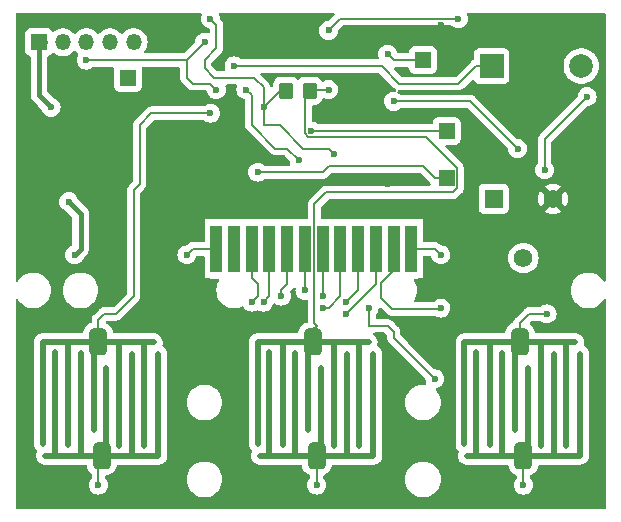
<source format=gbr>
%TF.GenerationSoftware,KiCad,Pcbnew,7.0.9*%
%TF.CreationDate,2024-01-16T21:18:43+00:00*%
%TF.ProjectId,egg-timer,6567672d-7469-46d6-9572-2e6b69636164,rev?*%
%TF.SameCoordinates,Original*%
%TF.FileFunction,Copper,L1,Top*%
%TF.FilePolarity,Positive*%
%FSLAX46Y46*%
G04 Gerber Fmt 4.6, Leading zero omitted, Abs format (unit mm)*
G04 Created by KiCad (PCBNEW 7.0.9) date 2024-01-16 21:18:43*
%MOMM*%
%LPD*%
G01*
G04 APERTURE LIST*
G04 Aperture macros list*
%AMRoundRect*
0 Rectangle with rounded corners*
0 $1 Rounding radius*
0 $2 $3 $4 $5 $6 $7 $8 $9 X,Y pos of 4 corners*
0 Add a 4 corners polygon primitive as box body*
4,1,4,$2,$3,$4,$5,$6,$7,$8,$9,$2,$3,0*
0 Add four circle primitives for the rounded corners*
1,1,$1+$1,$2,$3*
1,1,$1+$1,$4,$5*
1,1,$1+$1,$6,$7*
1,1,$1+$1,$8,$9*
0 Add four rect primitives between the rounded corners*
20,1,$1+$1,$2,$3,$4,$5,0*
20,1,$1+$1,$4,$5,$6,$7,0*
20,1,$1+$1,$6,$7,$8,$9,0*
20,1,$1+$1,$8,$9,$2,$3,0*%
G04 Aperture macros list end*
%TA.AperFunction,EtchedComponent*%
%ADD10C,0.500000*%
%TD*%
%TA.AperFunction,SMDPad,CuDef*%
%ADD11RoundRect,0.381000X0.381000X-0.762000X0.381000X0.762000X-0.381000X0.762000X-0.381000X-0.762000X0*%
%TD*%
%TA.AperFunction,SMDPad,CuDef*%
%ADD12RoundRect,0.250000X0.350000X0.450000X-0.350000X0.450000X-0.350000X-0.450000X0.350000X-0.450000X0*%
%TD*%
%TA.AperFunction,ComponentPad*%
%ADD13R,1.350000X1.350000*%
%TD*%
%TA.AperFunction,ComponentPad*%
%ADD14R,1.560000X1.560000*%
%TD*%
%TA.AperFunction,ComponentPad*%
%ADD15C,1.560000*%
%TD*%
%TA.AperFunction,SMDPad,CuDef*%
%ADD16R,1.000000X4.000000*%
%TD*%
%TA.AperFunction,ComponentPad*%
%ADD17O,1.350000X1.350000*%
%TD*%
%TA.AperFunction,ComponentPad*%
%ADD18R,2.000000X2.000000*%
%TD*%
%TA.AperFunction,ComponentPad*%
%ADD19C,2.000000*%
%TD*%
%TA.AperFunction,ViaPad*%
%ADD20C,0.600000*%
%TD*%
%TA.AperFunction,Conductor*%
%ADD21C,0.127000*%
%TD*%
%TA.AperFunction,Conductor*%
%ADD22C,0.400000*%
%TD*%
G04 APERTURE END LIST*
D10*
%TO.C,SW2*%
X121200000Y-115000000D02*
X130800000Y-115000000D01*
X126400000Y-115000000D02*
X126400000Y-107600000D01*
X128600000Y-115000000D02*
X128600000Y-106400000D01*
X130800000Y-115000000D02*
X130800000Y-106400000D01*
X124200000Y-114900000D02*
X124200000Y-106300000D01*
X122000000Y-114800000D02*
X122000000Y-106200000D01*
X127450000Y-114200000D02*
X127450000Y-105600000D01*
X129600000Y-114200000D02*
X129600000Y-105600000D01*
X123150000Y-114100000D02*
X123150000Y-105500000D01*
X121000000Y-114000000D02*
X121000000Y-105400000D01*
X125300000Y-112800000D02*
X125300000Y-105400000D01*
X121000000Y-105400000D02*
X130400000Y-105400000D01*
%TO.C,SW1*%
X103000000Y-115000000D02*
X112600000Y-115000000D01*
X108200000Y-115000000D02*
X108200000Y-107600000D01*
X110400000Y-115000000D02*
X110400000Y-106400000D01*
X112600000Y-115000000D02*
X112600000Y-106400000D01*
X106000000Y-114900000D02*
X106000000Y-106300000D01*
X103800000Y-114800000D02*
X103800000Y-106200000D01*
X109250000Y-114200000D02*
X109250000Y-105600000D01*
X111400000Y-114200000D02*
X111400000Y-105600000D01*
X104950000Y-114100000D02*
X104950000Y-105500000D01*
X102800000Y-114000000D02*
X102800000Y-105400000D01*
X107100000Y-112800000D02*
X107100000Y-105400000D01*
X102800000Y-105400000D02*
X112200000Y-105400000D01*
%TO.C,SW3*%
X138700000Y-115000000D02*
X148300000Y-115000000D01*
X143900000Y-115000000D02*
X143900000Y-107600000D01*
X146100000Y-115000000D02*
X146100000Y-106400000D01*
X148300000Y-115000000D02*
X148300000Y-106400000D01*
X141700000Y-114900000D02*
X141700000Y-106300000D01*
X139500000Y-114800000D02*
X139500000Y-106200000D01*
X144950000Y-114200000D02*
X144950000Y-105600000D01*
X147100000Y-114200000D02*
X147100000Y-105600000D01*
X140650000Y-114100000D02*
X140650000Y-105500000D01*
X138500000Y-114000000D02*
X138500000Y-105400000D01*
X142800000Y-112800000D02*
X142800000Y-105400000D01*
X138500000Y-105400000D02*
X147900000Y-105400000D01*
%TD*%
D11*
%TO.P,SW2,1,1*%
%TO.N,GND*%
X126000000Y-115000000D03*
%TO.P,SW2,2,2*%
%TO.N,IO16*%
X125700000Y-105400000D03*
%TD*%
D12*
%TO.P,R5,1*%
%TO.N,IO16*%
X125400000Y-84100000D03*
%TO.P,R5,2*%
%TO.N,IO13*%
X123400000Y-84100000D03*
%TD*%
D13*
%TO.P,J5,1,Pin_1*%
%TO.N,ADC*%
X135000000Y-81500000D03*
%TD*%
D11*
%TO.P,SW1,1,1*%
%TO.N,GND*%
X107800000Y-115000000D03*
%TO.P,SW1,2,2*%
%TO.N,IO0*%
X107500000Y-105400000D03*
%TD*%
D14*
%TO.P,RV1,1,1*%
%TO.N,GND*%
X141000000Y-93260000D03*
D15*
%TO.P,RV1,2,2*%
%TO.N,Net-(U2-VLCD)*%
X143500000Y-98260000D03*
%TO.P,RV1,3,3*%
%TO.N,+3.3V*%
X146000000Y-93260000D03*
%TD*%
D16*
%TO.P,U3,1,1*%
%TO.N,COM3*%
X117500000Y-97500000D03*
%TO.P,U3,2,2*%
%TO.N,COM2*%
X119000000Y-97500000D03*
%TO.P,U3,3,3*%
%TO.N,SEG1*%
X120500000Y-97500000D03*
%TO.P,U3,4,4*%
%TO.N,SEG2*%
X122000000Y-97500000D03*
%TO.P,U3,5,5*%
%TO.N,SEG3*%
X123500000Y-97500000D03*
%TO.P,U3,6,6*%
%TO.N,SEG4*%
X125000000Y-97500000D03*
%TO.P,U3,7,7*%
%TO.N,SEG5*%
X126500000Y-97500000D03*
%TO.P,U3,8,8*%
%TO.N,SEG6*%
X128000000Y-97500000D03*
%TO.P,U3,9,9*%
%TO.N,SEG7*%
X129500000Y-97500000D03*
%TO.P,U3,10,10*%
%TO.N,SEG8*%
X131000000Y-97500000D03*
%TO.P,U3,11,11*%
%TO.N,COM0*%
X132500000Y-97500000D03*
%TO.P,U3,12,12*%
%TO.N,COM1*%
X134000000Y-97500000D03*
%TD*%
D11*
%TO.P,SW3,1,1*%
%TO.N,GND*%
X143500000Y-115000000D03*
%TO.P,SW3,2,2*%
%TO.N,RST*%
X143200000Y-105400000D03*
%TD*%
D13*
%TO.P,J4,1,Pin_1*%
%TO.N,IO4*%
X110000000Y-83000000D03*
%TD*%
%TO.P,J2,1,Pin_1*%
%TO.N,IO14*%
X137000000Y-87500000D03*
%TD*%
%TO.P,J3,1,Pin_1*%
%TO.N,IO10*%
X137000000Y-91500000D03*
%TD*%
%TO.P,J1,1,Pin_1*%
%TO.N,5V*%
X102500000Y-80000000D03*
D17*
%TO.P,J1,2,Pin_2*%
%TO.N,GND*%
X104500000Y-80000000D03*
%TO.P,J1,3,Pin_3*%
%TO.N,PB2*%
X106500000Y-80000000D03*
%TO.P,J1,4,Pin_4*%
%TO.N,IO13*%
X108500000Y-80000000D03*
%TO.P,J1,5,Pin_5*%
%TO.N,IO0*%
X110500000Y-80000000D03*
%TD*%
D18*
%TO.P,BZ1,1,-*%
%TO.N,IO5*%
X140800000Y-82000000D03*
D19*
%TO.P,BZ1,2,+*%
%TO.N,GND*%
X148400000Y-82000000D03*
%TD*%
D20*
%TO.N,IO5*%
X119000000Y-82000000D03*
%TO.N,5V*%
X103500000Y-85500000D03*
%TO.N,ADC*%
X132000000Y-81000000D03*
%TO.N,IO0*%
X117000000Y-86000000D03*
%TO.N,IO14*%
X125500000Y-87500000D03*
%TO.N,IO12*%
X124500000Y-90000000D03*
X120000000Y-84000000D03*
%TO.N,IO13*%
X143000000Y-89000000D03*
X130430000Y-102500000D03*
X117000000Y-78000000D03*
X127500000Y-89500000D03*
X132500000Y-85000000D03*
X121500000Y-85500000D03*
X136000000Y-108500000D03*
%TO.N,IO10*%
X121000000Y-91000000D03*
%TO.N,RST*%
X145500000Y-103000000D03*
%TO.N,GND*%
X107500000Y-117500000D03*
X138000000Y-78000000D03*
X105500000Y-98000000D03*
X148900000Y-84600000D03*
X143500000Y-117500000D03*
X126000000Y-117500000D03*
X127000000Y-79000000D03*
X145300000Y-90800000D03*
X105000000Y-93500000D03*
%TO.N,SEG1*%
X120500000Y-102000000D03*
%TO.N,SEG2*%
X121500000Y-102000000D03*
%TO.N,SEG3*%
X123000000Y-101500000D03*
%TO.N,SEG4*%
X125000000Y-101000000D03*
%TO.N,SEG5*%
X126500000Y-101500000D03*
%TO.N,SEG6*%
X126500000Y-102500000D03*
%TO.N,SEG8*%
X128500000Y-103000000D03*
%TO.N,COM0*%
X136500000Y-102500000D03*
%TO.N,COM1*%
X136500000Y-98000000D03*
%TO.N,COM2*%
X119000000Y-97500000D03*
%TO.N,COM3*%
X115000000Y-98000000D03*
%TO.N,SEG7*%
X128500000Y-102000000D03*
%TO.N,+3.3V*%
X132000000Y-92000000D03*
X137000000Y-81500000D03*
X103500000Y-95700000D03*
X130500000Y-117000000D03*
X119000000Y-88500000D03*
X136500000Y-78500000D03*
X109000000Y-92500000D03*
%TO.N,PB2*%
X117500000Y-84000000D03*
X106500000Y-81500000D03*
X116500000Y-80000000D03*
%TO.N,IO16*%
X127000000Y-84000000D03*
%TD*%
D21*
%TO.N,IO5*%
X138000000Y-83500000D02*
X139500000Y-82000000D01*
X131500000Y-82000000D02*
X133000000Y-83500000D01*
X139500000Y-82000000D02*
X140900000Y-82000000D01*
X119000000Y-82000000D02*
X131500000Y-82000000D01*
X133000000Y-83500000D02*
X138000000Y-83500000D01*
D22*
%TO.N,5V*%
X102500000Y-80500000D02*
X102500000Y-84500000D01*
X102500000Y-84500000D02*
X103500000Y-85500000D01*
X103000000Y-80000000D02*
X102500000Y-80500000D01*
D21*
%TO.N,ADC*%
X132000000Y-81000000D02*
X132500000Y-81500000D01*
X132500000Y-81500000D02*
X135000000Y-81500000D01*
%TO.N,IO0*%
X112000000Y-86000000D02*
X111000000Y-87000000D01*
X110500000Y-101500000D02*
X109000000Y-103000000D01*
X117000000Y-86000000D02*
X112000000Y-86000000D01*
X107500000Y-103500000D02*
X107500000Y-104959500D01*
X111000000Y-92000000D02*
X110500000Y-92500000D01*
X111000000Y-87000000D02*
X111000000Y-92000000D01*
X109000000Y-103000000D02*
X108000000Y-103000000D01*
X108000000Y-104900000D02*
X107940500Y-104959500D01*
X110500000Y-92500000D02*
X110500000Y-101500000D01*
X108000000Y-103000000D02*
X107500000Y-103500000D01*
%TO.N,IO14*%
X125500000Y-87500000D02*
X137000000Y-87500000D01*
%TO.N,IO12*%
X120500000Y-87000000D02*
X120500000Y-84500000D01*
X122500000Y-89000000D02*
X120500000Y-87000000D01*
X123500000Y-89000000D02*
X122500000Y-89000000D01*
X124500000Y-90000000D02*
X123500000Y-89000000D01*
X120500000Y-84500000D02*
X120000000Y-84000000D01*
%TO.N,IO13*%
X139000000Y-85000000D02*
X143000000Y-89000000D01*
X117500000Y-80500000D02*
X116509500Y-81490500D01*
X121500000Y-85500000D02*
X121500000Y-87000000D01*
X121500000Y-83806328D02*
X121500000Y-85500000D01*
X132000000Y-104000000D02*
X130400000Y-104000000D01*
X132500000Y-104500000D02*
X132000000Y-104000000D01*
X123500000Y-84000000D02*
X123000000Y-84000000D01*
X132500000Y-85000000D02*
X139000000Y-85000000D01*
X136000000Y-108500000D02*
X132500000Y-105000000D01*
X123000000Y-84000000D02*
X121500000Y-85500000D01*
X130400000Y-104000000D02*
X130430000Y-103970000D01*
X124859210Y-89000000D02*
X127000000Y-89000000D01*
X121500000Y-87000000D02*
X122859210Y-87000000D01*
X117500000Y-78500000D02*
X117500000Y-80500000D01*
X117000000Y-78000000D02*
X117500000Y-78500000D01*
X122859210Y-87000000D02*
X124859210Y-89000000D01*
X117315828Y-83009500D02*
X120703172Y-83009500D01*
X127000000Y-89000000D02*
X127500000Y-89500000D01*
X120703172Y-83009500D02*
X121500000Y-83806328D01*
X130430000Y-103970000D02*
X130430000Y-102500000D01*
X116509500Y-82203172D02*
X117315828Y-83009500D01*
X116509500Y-81490500D02*
X116509500Y-82203172D01*
X132500000Y-105000000D02*
X132500000Y-104500000D01*
%TO.N,IO10*%
X126500000Y-91000000D02*
X127000000Y-90500000D01*
X136000000Y-91500000D02*
X137000000Y-91500000D01*
X127000000Y-90500000D02*
X135000000Y-90500000D01*
X135000000Y-90500000D02*
X136000000Y-91500000D01*
X121000000Y-91000000D02*
X126500000Y-91000000D01*
%TO.N,RST*%
X143200000Y-103800000D02*
X143200000Y-104959500D01*
X144000000Y-103000000D02*
X143200000Y-103800000D01*
X145500000Y-103000000D02*
X144000000Y-103000000D01*
%TO.N,GND*%
X145300000Y-88200000D02*
X145300000Y-90800000D01*
X128000000Y-78000000D02*
X138000000Y-78000000D01*
D22*
X105000000Y-93500000D02*
X106000000Y-94500000D01*
X106000000Y-97500000D02*
X105500000Y-98000000D01*
D21*
X126000000Y-117500000D02*
X126000000Y-115440500D01*
X148900000Y-84600000D02*
X145300000Y-88200000D01*
X143500000Y-117500000D02*
X143500000Y-115440500D01*
X107500000Y-115440500D02*
X107800000Y-115440500D01*
D22*
X106000000Y-94500000D02*
X106000000Y-97500000D01*
D21*
X107500000Y-117000000D02*
X107500000Y-116040500D01*
X127000000Y-79000000D02*
X128000000Y-78000000D01*
X107500000Y-117500000D02*
X107500000Y-115440500D01*
%TO.N,SEG1*%
X121000000Y-100500000D02*
X120500000Y-100000000D01*
X121000000Y-101500000D02*
X121000000Y-100500000D01*
X120500000Y-100000000D02*
X120500000Y-97500000D01*
X120500000Y-102000000D02*
X121000000Y-101500000D01*
%TO.N,SEG2*%
X121500000Y-102000000D02*
X122000000Y-101500000D01*
X122000000Y-101500000D02*
X122000000Y-97500000D01*
%TO.N,SEG3*%
X123500000Y-100500000D02*
X123500000Y-97500000D01*
X123000000Y-101500000D02*
X123000000Y-101000000D01*
X123000000Y-101000000D02*
X123500000Y-100500000D01*
%TO.N,SEG4*%
X125000000Y-101000000D02*
X125000000Y-97500000D01*
%TO.N,SEG5*%
X126500000Y-101500000D02*
X126500000Y-97500000D01*
%TO.N,SEG6*%
X127000000Y-102500000D02*
X128000000Y-101500000D01*
X126500000Y-102500000D02*
X127000000Y-102500000D01*
X128000000Y-101500000D02*
X128000000Y-97500000D01*
%TO.N,SEG8*%
X131000000Y-100500000D02*
X131000000Y-97500000D01*
X128500000Y-103000000D02*
X131000000Y-100500000D01*
%TO.N,COM0*%
X131431865Y-100342862D02*
X131431865Y-101657138D01*
X132500000Y-97500000D02*
X132500000Y-99274727D01*
X136500000Y-102500000D02*
X136428010Y-102571990D01*
X132500000Y-99274727D02*
X131431865Y-100342862D01*
X132346717Y-102571990D02*
X132500000Y-102571990D01*
X136428010Y-102571990D02*
X132500000Y-102571990D01*
X131431865Y-101657138D02*
X132346717Y-102571990D01*
%TO.N,COM1*%
X136500000Y-98000000D02*
X136000000Y-97500000D01*
X136000000Y-97500000D02*
X134000000Y-97500000D01*
%TO.N,COM3*%
X115500000Y-97500000D02*
X117500000Y-97500000D01*
X115000000Y-98000000D02*
X115500000Y-97500000D01*
%TO.N,SEG7*%
X128500000Y-102000000D02*
X129500000Y-101000000D01*
X129500000Y-101000000D02*
X129500000Y-97500000D01*
%TO.N,+3.3V*%
X137000000Y-79000000D02*
X136500000Y-78500000D01*
X137000000Y-81500000D02*
X137000000Y-79000000D01*
X119000000Y-89500000D02*
X114500000Y-94000000D01*
X119000000Y-88500000D02*
X119000000Y-89000000D01*
%TO.N,PB2*%
X106500000Y-81500000D02*
X115000000Y-81500000D01*
X115000000Y-81500000D02*
X115000000Y-83000000D01*
X117000000Y-83500000D02*
X117500000Y-84000000D01*
X115500000Y-83500000D02*
X117000000Y-83500000D01*
X115000000Y-83000000D02*
X115500000Y-83500000D01*
X115000000Y-81500000D02*
X116500000Y-80000000D01*
%TO.N,IO16*%
X125500000Y-84000000D02*
X127000000Y-84000000D01*
X125809500Y-103809500D02*
X125809500Y-93690500D01*
X137865500Y-90634500D02*
X135221500Y-87990500D01*
X125809500Y-93690500D02*
X126800000Y-92700000D01*
X137531000Y-92700000D02*
X137865500Y-92365500D01*
X126000000Y-106000000D02*
X126000000Y-106059500D01*
X125296828Y-87990500D02*
X125009500Y-87703172D01*
X126800000Y-92700000D02*
X137531000Y-92700000D01*
X125009500Y-84490500D02*
X125400000Y-84100000D01*
X137865500Y-92365500D02*
X137865500Y-90634500D01*
X125700000Y-104300000D02*
X125700000Y-104959500D01*
X135221500Y-87990500D02*
X125296828Y-87990500D01*
X125009500Y-87703172D02*
X125009500Y-84490500D01*
X126000000Y-104000000D02*
X125700000Y-104300000D01*
X126000000Y-104000000D02*
X125809500Y-103809500D01*
%TD*%
%TA.AperFunction,Conductor*%
%TO.N,+3.3V*%
G36*
X116218967Y-77520185D02*
G01*
X116264722Y-77572989D01*
X116274666Y-77642147D01*
X116268970Y-77665454D01*
X116214632Y-77820742D01*
X116214630Y-77820750D01*
X116194435Y-77999996D01*
X116194435Y-78000003D01*
X116214630Y-78179249D01*
X116214631Y-78179254D01*
X116274211Y-78349523D01*
X116367341Y-78497737D01*
X116370184Y-78502262D01*
X116497738Y-78629816D01*
X116650478Y-78725789D01*
X116820745Y-78785368D01*
X116825877Y-78785946D01*
X116890293Y-78813010D01*
X116929851Y-78870603D01*
X116936000Y-78909167D01*
X116936000Y-79129708D01*
X116916315Y-79196747D01*
X116863511Y-79242502D01*
X116794353Y-79252446D01*
X116771046Y-79246750D01*
X116679257Y-79214632D01*
X116679249Y-79214630D01*
X116500004Y-79194435D01*
X116499996Y-79194435D01*
X116320750Y-79214630D01*
X116320745Y-79214631D01*
X116150476Y-79274211D01*
X115997737Y-79370184D01*
X115870184Y-79497737D01*
X115774211Y-79650476D01*
X115714631Y-79820745D01*
X115714630Y-79820749D01*
X115698283Y-79965840D01*
X115671216Y-80030254D01*
X115662744Y-80039637D01*
X114802702Y-80899681D01*
X114741379Y-80933166D01*
X114715021Y-80936000D01*
X111515217Y-80936000D01*
X111448178Y-80916315D01*
X111402423Y-80863511D01*
X111392479Y-80794353D01*
X111416263Y-80737273D01*
X111503712Y-80621472D01*
X111600817Y-80426459D01*
X111660435Y-80216923D01*
X111680536Y-80000000D01*
X111660435Y-79783077D01*
X111600817Y-79573541D01*
X111503712Y-79378528D01*
X111372427Y-79204678D01*
X111345016Y-79179690D01*
X111255996Y-79098537D01*
X111211432Y-79057912D01*
X111211428Y-79057909D01*
X111211423Y-79057906D01*
X111026213Y-78943229D01*
X111026207Y-78943226D01*
X110938289Y-78909167D01*
X110823069Y-78864530D01*
X110608926Y-78824500D01*
X110391074Y-78824500D01*
X110176931Y-78864530D01*
X110133896Y-78881202D01*
X109973792Y-78943226D01*
X109973786Y-78943229D01*
X109788576Y-79057906D01*
X109788566Y-79057913D01*
X109627573Y-79204676D01*
X109598953Y-79242576D01*
X109542844Y-79284211D01*
X109473132Y-79288902D01*
X109411950Y-79255159D01*
X109401047Y-79242576D01*
X109372426Y-79204676D01*
X109211433Y-79057913D01*
X109211423Y-79057906D01*
X109026213Y-78943229D01*
X109026207Y-78943226D01*
X108938289Y-78909167D01*
X108823069Y-78864530D01*
X108608926Y-78824500D01*
X108391074Y-78824500D01*
X108176931Y-78864530D01*
X108133896Y-78881202D01*
X107973792Y-78943226D01*
X107973786Y-78943229D01*
X107788576Y-79057906D01*
X107788566Y-79057913D01*
X107627573Y-79204676D01*
X107598953Y-79242576D01*
X107542844Y-79284211D01*
X107473132Y-79288902D01*
X107411950Y-79255159D01*
X107401047Y-79242576D01*
X107372426Y-79204676D01*
X107211433Y-79057913D01*
X107211423Y-79057906D01*
X107026213Y-78943229D01*
X107026207Y-78943226D01*
X106938289Y-78909167D01*
X106823069Y-78864530D01*
X106608926Y-78824500D01*
X106391074Y-78824500D01*
X106176931Y-78864530D01*
X106133896Y-78881202D01*
X105973792Y-78943226D01*
X105973786Y-78943229D01*
X105788576Y-79057906D01*
X105788566Y-79057913D01*
X105627573Y-79204676D01*
X105598953Y-79242576D01*
X105542844Y-79284211D01*
X105473132Y-79288902D01*
X105411950Y-79255159D01*
X105401047Y-79242576D01*
X105372426Y-79204676D01*
X105211433Y-79057913D01*
X105211423Y-79057906D01*
X105026213Y-78943229D01*
X105026207Y-78943226D01*
X104938289Y-78909167D01*
X104823069Y-78864530D01*
X104608926Y-78824500D01*
X104391074Y-78824500D01*
X104176931Y-78864530D01*
X104133896Y-78881202D01*
X103973792Y-78943226D01*
X103973786Y-78943229D01*
X103788565Y-79057913D01*
X103777585Y-79067923D01*
X103714780Y-79098537D01*
X103645393Y-79090336D01*
X103594785Y-79050594D01*
X103534260Y-78969744D01*
X103532546Y-78967454D01*
X103532544Y-78967453D01*
X103532544Y-78967452D01*
X103417335Y-78881206D01*
X103417328Y-78881202D01*
X103282482Y-78830908D01*
X103282483Y-78830908D01*
X103222883Y-78824501D01*
X103222881Y-78824500D01*
X103222873Y-78824500D01*
X103222864Y-78824500D01*
X101777129Y-78824500D01*
X101777123Y-78824501D01*
X101717516Y-78830908D01*
X101582671Y-78881202D01*
X101582664Y-78881206D01*
X101467455Y-78967452D01*
X101467452Y-78967455D01*
X101381206Y-79082664D01*
X101381202Y-79082671D01*
X101330908Y-79217517D01*
X101324501Y-79277116D01*
X101324500Y-79277135D01*
X101324500Y-80722870D01*
X101324501Y-80722876D01*
X101330908Y-80782483D01*
X101381202Y-80917328D01*
X101381206Y-80917335D01*
X101467452Y-81032544D01*
X101467455Y-81032547D01*
X101582664Y-81118793D01*
X101582671Y-81118797D01*
X101718833Y-81169582D01*
X101774767Y-81211453D01*
X101799184Y-81276917D01*
X101799500Y-81285764D01*
X101799500Y-84476951D01*
X101799387Y-84480696D01*
X101798083Y-84502262D01*
X101795642Y-84542606D01*
X101805746Y-84597748D01*
X101806821Y-84603612D01*
X101807384Y-84607313D01*
X101814859Y-84668870D01*
X101814860Y-84668874D01*
X101818451Y-84678343D01*
X101824474Y-84699946D01*
X101826304Y-84709930D01*
X101851759Y-84766490D01*
X101853189Y-84769941D01*
X101875182Y-84827930D01*
X101875183Y-84827931D01*
X101880936Y-84836266D01*
X101891961Y-84855813D01*
X101896120Y-84865055D01*
X101896124Y-84865060D01*
X101934371Y-84913878D01*
X101936591Y-84916896D01*
X101971812Y-84967924D01*
X101971816Y-84967928D01*
X101971817Y-84967929D01*
X102018250Y-85009064D01*
X102020941Y-85011598D01*
X102379528Y-85370184D01*
X102708631Y-85699287D01*
X102737991Y-85746013D01*
X102764141Y-85820745D01*
X102774211Y-85849522D01*
X102870184Y-86002262D01*
X102997738Y-86129816D01*
X103150478Y-86225789D01*
X103320745Y-86285368D01*
X103320750Y-86285369D01*
X103499996Y-86305565D01*
X103500000Y-86305565D01*
X103500004Y-86305565D01*
X103679249Y-86285369D01*
X103679252Y-86285368D01*
X103679255Y-86285368D01*
X103849522Y-86225789D01*
X104002262Y-86129816D01*
X104129816Y-86002262D01*
X104225789Y-85849522D01*
X104285368Y-85679255D01*
X104285369Y-85679249D01*
X104305565Y-85500003D01*
X104305565Y-85499996D01*
X104285369Y-85320750D01*
X104285368Y-85320745D01*
X104278283Y-85300498D01*
X104225789Y-85150478D01*
X104220909Y-85142712D01*
X104142960Y-85018657D01*
X104129816Y-84997738D01*
X104002262Y-84870184D01*
X103935014Y-84827929D01*
X103849524Y-84774212D01*
X103849520Y-84774210D01*
X103746013Y-84737991D01*
X103699287Y-84708631D01*
X103236819Y-84246162D01*
X103203334Y-84184839D01*
X103200500Y-84158481D01*
X103200500Y-81285764D01*
X103220185Y-81218725D01*
X103272989Y-81172970D01*
X103281167Y-81169582D01*
X103417328Y-81118797D01*
X103417327Y-81118797D01*
X103417331Y-81118796D01*
X103532546Y-81032546D01*
X103594785Y-80949404D01*
X103650718Y-80907535D01*
X103720410Y-80902551D01*
X103777588Y-80932078D01*
X103788568Y-80942088D01*
X103788570Y-80942089D01*
X103788571Y-80942090D01*
X103973786Y-81056770D01*
X103973792Y-81056773D01*
X103996664Y-81065633D01*
X104176931Y-81135470D01*
X104391074Y-81175500D01*
X104391076Y-81175500D01*
X104608924Y-81175500D01*
X104608926Y-81175500D01*
X104823069Y-81135470D01*
X105026210Y-81056772D01*
X105211432Y-80942088D01*
X105372427Y-80795322D01*
X105401047Y-80757422D01*
X105457153Y-80715787D01*
X105526865Y-80711094D01*
X105588048Y-80744836D01*
X105598946Y-80757414D01*
X105627573Y-80795322D01*
X105627576Y-80795325D01*
X105627578Y-80795327D01*
X105655463Y-80820747D01*
X105772924Y-80927827D01*
X105786085Y-80939824D01*
X105822366Y-80999535D01*
X105820606Y-81069382D01*
X105807541Y-81097433D01*
X105774211Y-81150476D01*
X105714631Y-81320745D01*
X105714630Y-81320750D01*
X105694435Y-81499996D01*
X105694435Y-81500003D01*
X105714630Y-81679249D01*
X105714631Y-81679254D01*
X105774211Y-81849523D01*
X105817360Y-81918193D01*
X105870184Y-82002262D01*
X105997738Y-82129816D01*
X106055648Y-82166203D01*
X106145835Y-82222872D01*
X106150478Y-82225789D01*
X106306962Y-82280545D01*
X106320745Y-82285368D01*
X106320750Y-82285369D01*
X106499996Y-82305565D01*
X106500000Y-82305565D01*
X106500004Y-82305565D01*
X106679249Y-82285369D01*
X106679252Y-82285368D01*
X106679255Y-82285368D01*
X106849522Y-82225789D01*
X107002262Y-82129816D01*
X107031759Y-82100319D01*
X107093082Y-82066834D01*
X107119440Y-82064000D01*
X108710469Y-82064000D01*
X108777508Y-82083685D01*
X108823263Y-82136489D01*
X108833207Y-82205647D01*
X108831146Y-82216514D01*
X108830908Y-82217518D01*
X108824655Y-82275681D01*
X108824501Y-82277123D01*
X108824500Y-82277135D01*
X108824500Y-83722870D01*
X108824501Y-83722876D01*
X108830908Y-83782483D01*
X108881202Y-83917328D01*
X108881206Y-83917335D01*
X108967452Y-84032544D01*
X108967455Y-84032547D01*
X109082664Y-84118793D01*
X109082671Y-84118797D01*
X109217517Y-84169091D01*
X109217516Y-84169091D01*
X109224444Y-84169835D01*
X109277127Y-84175500D01*
X110722872Y-84175499D01*
X110782483Y-84169091D01*
X110917331Y-84118796D01*
X111032546Y-84032546D01*
X111118796Y-83917331D01*
X111169091Y-83782483D01*
X111175500Y-83722873D01*
X111175499Y-82277128D01*
X111169091Y-82217517D01*
X111169090Y-82217514D01*
X111168856Y-82216521D01*
X111168898Y-82215725D01*
X111168262Y-82209804D01*
X111169221Y-82209700D01*
X111172593Y-82146752D01*
X111213457Y-82090078D01*
X111278474Y-82064494D01*
X111289531Y-82064000D01*
X114312000Y-82064000D01*
X114379039Y-82083685D01*
X114424794Y-82136489D01*
X114436000Y-82188000D01*
X114436000Y-82958963D01*
X114435468Y-82967064D01*
X114431133Y-83000000D01*
X114450517Y-83147234D01*
X114507347Y-83284433D01*
X114514636Y-83293933D01*
X114597750Y-83402250D01*
X114624103Y-83422471D01*
X114630208Y-83427825D01*
X115072172Y-83869789D01*
X115077523Y-83875890D01*
X115097750Y-83902250D01*
X115127331Y-83924948D01*
X115127332Y-83924949D01*
X115168392Y-83956454D01*
X115215565Y-83992652D01*
X115215566Y-83992652D01*
X115215567Y-83992653D01*
X115250549Y-84007143D01*
X115352766Y-84049483D01*
X115499999Y-84068868D01*
X115500000Y-84068868D01*
X115532942Y-84064530D01*
X115541043Y-84064000D01*
X116590832Y-84064000D01*
X116657871Y-84083685D01*
X116703626Y-84136489D01*
X116714052Y-84174112D01*
X116714631Y-84179252D01*
X116714631Y-84179254D01*
X116774211Y-84349523D01*
X116828215Y-84435469D01*
X116870184Y-84502262D01*
X116997738Y-84629816D01*
X117074968Y-84678343D01*
X117135783Y-84716556D01*
X117150478Y-84725789D01*
X117266795Y-84766490D01*
X117320745Y-84785368D01*
X117320750Y-84785369D01*
X117499996Y-84805565D01*
X117500000Y-84805565D01*
X117500004Y-84805565D01*
X117679249Y-84785369D01*
X117679252Y-84785368D01*
X117679255Y-84785368D01*
X117849522Y-84725789D01*
X118002262Y-84629816D01*
X118129816Y-84502262D01*
X118225789Y-84349522D01*
X118285368Y-84179255D01*
X118285791Y-84175500D01*
X118305565Y-84000003D01*
X118305565Y-83999996D01*
X118285369Y-83820750D01*
X118285366Y-83820737D01*
X118256574Y-83738455D01*
X118253012Y-83668676D01*
X118287740Y-83608049D01*
X118349733Y-83575821D01*
X118373615Y-83573500D01*
X119126385Y-83573500D01*
X119193424Y-83593185D01*
X119239179Y-83645989D01*
X119249123Y-83715147D01*
X119243426Y-83738455D01*
X119214633Y-83820737D01*
X119214630Y-83820750D01*
X119194435Y-83999996D01*
X119194435Y-84000003D01*
X119214630Y-84179249D01*
X119214631Y-84179254D01*
X119274211Y-84349523D01*
X119328215Y-84435469D01*
X119370184Y-84502262D01*
X119497738Y-84629816D01*
X119650478Y-84725789D01*
X119820745Y-84785368D01*
X119825877Y-84785946D01*
X119890293Y-84813010D01*
X119929851Y-84870603D01*
X119936000Y-84909167D01*
X119936000Y-86958963D01*
X119935469Y-86967064D01*
X119931133Y-86999998D01*
X119931133Y-87000000D01*
X119936000Y-87036967D01*
X119950517Y-87147233D01*
X119950517Y-87147234D01*
X120007347Y-87284434D01*
X120097749Y-87402249D01*
X120097750Y-87402250D01*
X120124110Y-87422477D01*
X120130200Y-87427817D01*
X121102065Y-88399681D01*
X122072169Y-89369785D01*
X122077522Y-89375889D01*
X122097750Y-89402250D01*
X122173947Y-89460717D01*
X122215567Y-89492653D01*
X122352766Y-89549483D01*
X122482870Y-89566611D01*
X122499999Y-89568867D01*
X122500000Y-89568867D01*
X122532936Y-89564530D01*
X122541034Y-89564000D01*
X123215021Y-89564000D01*
X123282060Y-89583685D01*
X123302702Y-89600319D01*
X123662743Y-89960360D01*
X123696228Y-90021683D01*
X123698282Y-90034157D01*
X123714630Y-90179250D01*
X123714633Y-90179262D01*
X123746750Y-90271045D01*
X123750312Y-90340824D01*
X123715584Y-90401451D01*
X123653590Y-90433679D01*
X123629709Y-90436000D01*
X121619440Y-90436000D01*
X121552401Y-90416315D01*
X121531759Y-90399681D01*
X121502262Y-90370184D01*
X121349523Y-90274211D01*
X121179254Y-90214631D01*
X121179249Y-90214630D01*
X121000004Y-90194435D01*
X120999996Y-90194435D01*
X120820750Y-90214630D01*
X120820745Y-90214631D01*
X120650476Y-90274211D01*
X120497737Y-90370184D01*
X120370184Y-90497737D01*
X120274211Y-90650476D01*
X120214631Y-90820745D01*
X120214630Y-90820750D01*
X120194435Y-90999996D01*
X120194435Y-91000003D01*
X120214630Y-91179249D01*
X120214631Y-91179254D01*
X120274211Y-91349523D01*
X120321604Y-91424948D01*
X120370184Y-91502262D01*
X120497738Y-91629816D01*
X120650478Y-91725789D01*
X120766489Y-91766383D01*
X120820745Y-91785368D01*
X120820750Y-91785369D01*
X120999996Y-91805565D01*
X121000000Y-91805565D01*
X121000004Y-91805565D01*
X121179249Y-91785369D01*
X121179252Y-91785368D01*
X121179255Y-91785368D01*
X121349522Y-91725789D01*
X121502262Y-91629816D01*
X121531759Y-91600319D01*
X121593082Y-91566834D01*
X121619440Y-91564000D01*
X126458966Y-91564000D01*
X126467063Y-91564530D01*
X126500000Y-91568867D01*
X126500001Y-91568867D01*
X126515442Y-91566834D01*
X126647234Y-91549483D01*
X126784433Y-91492653D01*
X126872668Y-91424949D01*
X126872668Y-91424948D01*
X126895606Y-91407348D01*
X126895606Y-91407347D01*
X126902250Y-91402250D01*
X126922476Y-91375888D01*
X126927819Y-91369796D01*
X127197299Y-91100316D01*
X127258621Y-91066834D01*
X127284979Y-91064000D01*
X134715021Y-91064000D01*
X134782060Y-91083685D01*
X134802702Y-91100319D01*
X135572172Y-91869789D01*
X135577523Y-91875890D01*
X135597750Y-91902250D01*
X135612571Y-91913622D01*
X135653775Y-91970049D01*
X135657932Y-92039795D01*
X135623721Y-92100716D01*
X135562004Y-92133471D01*
X135537087Y-92136000D01*
X126841041Y-92136000D01*
X126832942Y-92135469D01*
X126800000Y-92131132D01*
X126799999Y-92131132D01*
X126767058Y-92135469D01*
X126669873Y-92148264D01*
X126658468Y-92149766D01*
X126652765Y-92150517D01*
X126612580Y-92167161D01*
X126515569Y-92207344D01*
X126515566Y-92207346D01*
X126427495Y-92274926D01*
X126397750Y-92297749D01*
X126377522Y-92324110D01*
X126372171Y-92330211D01*
X125439711Y-93262671D01*
X125433608Y-93268023D01*
X125407248Y-93288250D01*
X125373359Y-93332415D01*
X125373343Y-93332438D01*
X125316847Y-93406066D01*
X125260017Y-93543265D01*
X125260017Y-93543266D01*
X125240633Y-93690500D01*
X125244969Y-93723433D01*
X125245500Y-93731534D01*
X125245500Y-94875500D01*
X125225815Y-94942539D01*
X125173011Y-94988294D01*
X125121500Y-94999500D01*
X124452129Y-94999500D01*
X124452116Y-94999501D01*
X124450793Y-94999644D01*
X124444159Y-95000000D01*
X124055845Y-95000000D01*
X124049213Y-94999644D01*
X124047873Y-94999500D01*
X124047871Y-94999500D01*
X122952129Y-94999500D01*
X122952116Y-94999501D01*
X122950793Y-94999644D01*
X122944159Y-95000000D01*
X122555845Y-95000000D01*
X122549213Y-94999644D01*
X122547873Y-94999500D01*
X122547871Y-94999500D01*
X121452129Y-94999500D01*
X121452116Y-94999501D01*
X121450793Y-94999644D01*
X121444159Y-95000000D01*
X121055845Y-95000000D01*
X121049213Y-94999644D01*
X121047873Y-94999500D01*
X121047871Y-94999500D01*
X119952129Y-94999500D01*
X119952116Y-94999501D01*
X119950793Y-94999644D01*
X119944159Y-95000000D01*
X119555845Y-95000000D01*
X119549213Y-94999644D01*
X119547873Y-94999500D01*
X119547871Y-94999500D01*
X118452129Y-94999500D01*
X118452116Y-94999501D01*
X118450793Y-94999644D01*
X118444159Y-95000000D01*
X118055845Y-95000000D01*
X118049213Y-94999644D01*
X118047873Y-94999500D01*
X118047871Y-94999500D01*
X116952129Y-94999500D01*
X116952116Y-94999501D01*
X116950793Y-94999644D01*
X116944159Y-95000000D01*
X116500000Y-95000000D01*
X116500000Y-95444146D01*
X116499645Y-95450777D01*
X116499500Y-95452122D01*
X116499500Y-96812000D01*
X116479815Y-96879039D01*
X116427011Y-96924794D01*
X116375500Y-96936000D01*
X115541041Y-96936000D01*
X115532942Y-96935469D01*
X115500000Y-96931132D01*
X115499999Y-96931132D01*
X115352766Y-96950516D01*
X115215567Y-97007346D01*
X115139819Y-97065470D01*
X115097748Y-97097751D01*
X115077523Y-97124108D01*
X115072171Y-97130211D01*
X115039637Y-97162744D01*
X114978314Y-97196229D01*
X114965840Y-97198283D01*
X114820749Y-97214630D01*
X114820745Y-97214631D01*
X114650476Y-97274211D01*
X114497737Y-97370184D01*
X114370184Y-97497737D01*
X114274211Y-97650476D01*
X114214631Y-97820745D01*
X114214630Y-97820750D01*
X114194435Y-97999996D01*
X114194435Y-98000003D01*
X114214630Y-98179249D01*
X114214631Y-98179254D01*
X114274211Y-98349523D01*
X114370184Y-98502262D01*
X114497738Y-98629816D01*
X114650478Y-98725789D01*
X114820745Y-98785368D01*
X114820750Y-98785369D01*
X114999996Y-98805565D01*
X115000000Y-98805565D01*
X115000004Y-98805565D01*
X115179249Y-98785369D01*
X115179252Y-98785368D01*
X115179255Y-98785368D01*
X115349522Y-98725789D01*
X115502262Y-98629816D01*
X115629816Y-98502262D01*
X115725789Y-98349522D01*
X115785368Y-98179255D01*
X115785594Y-98177246D01*
X115785948Y-98174112D01*
X115813017Y-98109699D01*
X115870613Y-98070146D01*
X115909168Y-98064000D01*
X116375501Y-98064000D01*
X116442540Y-98083685D01*
X116488295Y-98136489D01*
X116499501Y-98188000D01*
X116499501Y-99547880D01*
X116499644Y-99549202D01*
X116500000Y-99555835D01*
X116500000Y-100000000D01*
X116944155Y-100000000D01*
X116950786Y-100000355D01*
X116952127Y-100000500D01*
X117631518Y-100000499D01*
X117698557Y-100020183D01*
X117744312Y-100072987D01*
X117754256Y-100142146D01*
X117735327Y-100192320D01*
X117675826Y-100283393D01*
X117575936Y-100511118D01*
X117514892Y-100752175D01*
X117514890Y-100752187D01*
X117494357Y-100999994D01*
X117494357Y-101000005D01*
X117514890Y-101247812D01*
X117514892Y-101247824D01*
X117575936Y-101488881D01*
X117675826Y-101716606D01*
X117811833Y-101924782D01*
X117811836Y-101924785D01*
X117980256Y-102107738D01*
X118176491Y-102260474D01*
X118395190Y-102378828D01*
X118630386Y-102459571D01*
X118875665Y-102500500D01*
X119124335Y-102500500D01*
X119369614Y-102459571D01*
X119604810Y-102378828D01*
X119642775Y-102358281D01*
X119711098Y-102343686D01*
X119776471Y-102368346D01*
X119806784Y-102401363D01*
X119870182Y-102502260D01*
X119870184Y-102502262D01*
X119997738Y-102629816D01*
X120150478Y-102725789D01*
X120320745Y-102785368D01*
X120320750Y-102785369D01*
X120499996Y-102805565D01*
X120500000Y-102805565D01*
X120500004Y-102805565D01*
X120679249Y-102785369D01*
X120679252Y-102785368D01*
X120679255Y-102785368D01*
X120849522Y-102725789D01*
X120923581Y-102679255D01*
X120934027Y-102672691D01*
X121001264Y-102653690D01*
X121065973Y-102672691D01*
X121150475Y-102725788D01*
X121320745Y-102785368D01*
X121320750Y-102785369D01*
X121499996Y-102805565D01*
X121500000Y-102805565D01*
X121500004Y-102805565D01*
X121679249Y-102785369D01*
X121679252Y-102785368D01*
X121679255Y-102785368D01*
X121849522Y-102725789D01*
X122002262Y-102629816D01*
X122129816Y-102502262D01*
X122225789Y-102349522D01*
X122285368Y-102179255D01*
X122285368Y-102179254D01*
X122287668Y-102172682D01*
X122290370Y-102173627D01*
X122318176Y-102123882D01*
X122379827Y-102091005D01*
X122449466Y-102096678D01*
X122492667Y-102124745D01*
X122497738Y-102129816D01*
X122565959Y-102172682D01*
X122632721Y-102214632D01*
X122650478Y-102225789D01*
X122749602Y-102260474D01*
X122820745Y-102285368D01*
X122820750Y-102285369D01*
X122999996Y-102305565D01*
X123000000Y-102305565D01*
X123000004Y-102305565D01*
X123179249Y-102285369D01*
X123179252Y-102285368D01*
X123179255Y-102285368D01*
X123349522Y-102225789D01*
X123502262Y-102129816D01*
X123629816Y-102002262D01*
X123725789Y-101849522D01*
X123785368Y-101679255D01*
X123788976Y-101647233D01*
X123805565Y-101500003D01*
X123805565Y-101499996D01*
X123785369Y-101320750D01*
X123785366Y-101320737D01*
X123731135Y-101165756D01*
X123727573Y-101095977D01*
X123760493Y-101037122D01*
X123869803Y-100927812D01*
X123875888Y-100922476D01*
X123902250Y-100902250D01*
X123935226Y-100859275D01*
X123986093Y-100792981D01*
X124042521Y-100751778D01*
X124112267Y-100747623D01*
X124173187Y-100781834D01*
X124205941Y-100843551D01*
X124207690Y-100882350D01*
X124194435Y-100999996D01*
X124194435Y-101000003D01*
X124214630Y-101179249D01*
X124214631Y-101179254D01*
X124274211Y-101349523D01*
X124345534Y-101463032D01*
X124370184Y-101502262D01*
X124497738Y-101629816D01*
X124525457Y-101647233D01*
X124635858Y-101716603D01*
X124650478Y-101725789D01*
X124725282Y-101751964D01*
X124820745Y-101785368D01*
X124820750Y-101785369D01*
X124999996Y-101805565D01*
X125000000Y-101805565D01*
X125000004Y-101805565D01*
X125107617Y-101793440D01*
X125176438Y-101805494D01*
X125227818Y-101852844D01*
X125245500Y-101916660D01*
X125245500Y-103650988D01*
X125225815Y-103718027D01*
X125173011Y-103763782D01*
X125151427Y-103771322D01*
X125013228Y-103805691D01*
X125013221Y-103805694D01*
X124841456Y-103890881D01*
X124841453Y-103890883D01*
X124692010Y-104011009D01*
X124692009Y-104011010D01*
X124571883Y-104160453D01*
X124571881Y-104160456D01*
X124486694Y-104332221D01*
X124440419Y-104518291D01*
X124439362Y-104533890D01*
X124415186Y-104599444D01*
X124359407Y-104641521D01*
X124315646Y-104649500D01*
X121023641Y-104649500D01*
X121020040Y-104649395D01*
X120956065Y-104645669D01*
X120956062Y-104645669D01*
X120892943Y-104656798D01*
X120889375Y-104657321D01*
X120825750Y-104664758D01*
X120825743Y-104664759D01*
X120815201Y-104668596D01*
X120794335Y-104674186D01*
X120783297Y-104676132D01*
X120783285Y-104676136D01*
X120724450Y-104701514D01*
X120721100Y-104702845D01*
X120660885Y-104724761D01*
X120660881Y-104724763D01*
X120651502Y-104730931D01*
X120632498Y-104741177D01*
X120622204Y-104745618D01*
X120622189Y-104745626D01*
X120570794Y-104783889D01*
X120567841Y-104785957D01*
X120514306Y-104821168D01*
X120506606Y-104829329D01*
X120490469Y-104843689D01*
X120481470Y-104850388D01*
X120440274Y-104899483D01*
X120437878Y-104902176D01*
X120393905Y-104948784D01*
X120388300Y-104958493D01*
X120375909Y-104976191D01*
X120368699Y-104984783D01*
X120339940Y-105042047D01*
X120338229Y-105045220D01*
X120306188Y-105100717D01*
X120306187Y-105100719D01*
X120302968Y-105111470D01*
X120294996Y-105131537D01*
X120289960Y-105141565D01*
X120289959Y-105141569D01*
X120275182Y-105203912D01*
X120274249Y-105207393D01*
X120255869Y-105268792D01*
X120255217Y-105279990D01*
X120252087Y-105301361D01*
X120249500Y-105312279D01*
X120249500Y-105376358D01*
X120249395Y-105379963D01*
X120245669Y-105443934D01*
X120245669Y-105443935D01*
X120247616Y-105454977D01*
X120249500Y-105476509D01*
X120249500Y-114043709D01*
X120263063Y-114159749D01*
X120264759Y-114174256D01*
X120264760Y-114174259D01*
X120324762Y-114339115D01*
X120324764Y-114339119D01*
X120421167Y-114485693D01*
X120421168Y-114485694D01*
X120485259Y-114546161D01*
X120520513Y-114606484D01*
X120517558Y-114676291D01*
X120507556Y-114698348D01*
X120506191Y-114700712D01*
X120506186Y-114700722D01*
X120455872Y-114868781D01*
X120455869Y-114868794D01*
X120445668Y-115043933D01*
X120461058Y-115131210D01*
X120476135Y-115216711D01*
X120545623Y-115377804D01*
X120545624Y-115377806D01*
X120545626Y-115377809D01*
X120579862Y-115423795D01*
X120650390Y-115518530D01*
X120784786Y-115631302D01*
X120839565Y-115658813D01*
X120941562Y-115710038D01*
X120941563Y-115710038D01*
X120941567Y-115710040D01*
X121112279Y-115750500D01*
X124615646Y-115750500D01*
X124682685Y-115770185D01*
X124728440Y-115822989D01*
X124739362Y-115866115D01*
X124740418Y-115881700D01*
X124740418Y-115881702D01*
X124786694Y-116067778D01*
X124871881Y-116239543D01*
X124871883Y-116239546D01*
X124992009Y-116388989D01*
X124992010Y-116388990D01*
X125141453Y-116509116D01*
X125141456Y-116509118D01*
X125215095Y-116545639D01*
X125313225Y-116594307D01*
X125341926Y-116601444D01*
X125402231Y-116636723D01*
X125433891Y-116699007D01*
X125436000Y-116721778D01*
X125436000Y-116880560D01*
X125416315Y-116947599D01*
X125399681Y-116968241D01*
X125370184Y-116997737D01*
X125274211Y-117150476D01*
X125214631Y-117320745D01*
X125214630Y-117320750D01*
X125194435Y-117499996D01*
X125194435Y-117500003D01*
X125214630Y-117679249D01*
X125214631Y-117679254D01*
X125274211Y-117849523D01*
X125321500Y-117924782D01*
X125370184Y-118002262D01*
X125497738Y-118129816D01*
X125650478Y-118225789D01*
X125749602Y-118260474D01*
X125820745Y-118285368D01*
X125820750Y-118285369D01*
X125999996Y-118305565D01*
X126000000Y-118305565D01*
X126000004Y-118305565D01*
X126179249Y-118285369D01*
X126179252Y-118285368D01*
X126179255Y-118285368D01*
X126349522Y-118225789D01*
X126502262Y-118129816D01*
X126629816Y-118002262D01*
X126725789Y-117849522D01*
X126785368Y-117679255D01*
X126805565Y-117500000D01*
X126804312Y-117488881D01*
X126785369Y-117320750D01*
X126785368Y-117320745D01*
X126725788Y-117150476D01*
X126631240Y-117000005D01*
X133494357Y-117000005D01*
X133514890Y-117247812D01*
X133514892Y-117247824D01*
X133575936Y-117488881D01*
X133675826Y-117716606D01*
X133811833Y-117924782D01*
X133811836Y-117924785D01*
X133980256Y-118107738D01*
X134176491Y-118260474D01*
X134395190Y-118378828D01*
X134630386Y-118459571D01*
X134875665Y-118500500D01*
X135124335Y-118500500D01*
X135369614Y-118459571D01*
X135604810Y-118378828D01*
X135823509Y-118260474D01*
X136019744Y-118107738D01*
X136188164Y-117924785D01*
X136324173Y-117716607D01*
X136424063Y-117488881D01*
X136485108Y-117247821D01*
X136493174Y-117150478D01*
X136505643Y-117000005D01*
X136505643Y-116999994D01*
X136485109Y-116752187D01*
X136485107Y-116752175D01*
X136424063Y-116511118D01*
X136324173Y-116283393D01*
X136188166Y-116075217D01*
X136166557Y-116051744D01*
X136019744Y-115892262D01*
X135823509Y-115739526D01*
X135823507Y-115739525D01*
X135823506Y-115739524D01*
X135604811Y-115621172D01*
X135604802Y-115621169D01*
X135369616Y-115540429D01*
X135124335Y-115499500D01*
X134875665Y-115499500D01*
X134630383Y-115540429D01*
X134395197Y-115621169D01*
X134395188Y-115621172D01*
X134176493Y-115739524D01*
X133980257Y-115892261D01*
X133811833Y-116075217D01*
X133675826Y-116283393D01*
X133575936Y-116511118D01*
X133514892Y-116752175D01*
X133514890Y-116752187D01*
X133494357Y-116999994D01*
X133494357Y-117000005D01*
X126631240Y-117000005D01*
X126631237Y-117000000D01*
X126629816Y-116997738D01*
X126600319Y-116968241D01*
X126566834Y-116906918D01*
X126564000Y-116880560D01*
X126564000Y-116721778D01*
X126583685Y-116654739D01*
X126636489Y-116608984D01*
X126658063Y-116601447D01*
X126686775Y-116594307D01*
X126858547Y-116509116D01*
X127007990Y-116388990D01*
X127128116Y-116239547D01*
X127213307Y-116067775D01*
X127259581Y-115881704D01*
X127260638Y-115866108D01*
X127284814Y-115800556D01*
X127340593Y-115758479D01*
X127384354Y-115750500D01*
X128576359Y-115750500D01*
X128579959Y-115750604D01*
X128643935Y-115754331D01*
X128654977Y-115752384D01*
X128676509Y-115750500D01*
X130776359Y-115750500D01*
X130779959Y-115750604D01*
X130843935Y-115754331D01*
X130907064Y-115743198D01*
X130910606Y-115742679D01*
X130974255Y-115735241D01*
X130984782Y-115731408D01*
X131005672Y-115725811D01*
X131016711Y-115723865D01*
X131075555Y-115698482D01*
X131078876Y-115697161D01*
X131139117Y-115675237D01*
X131148488Y-115669072D01*
X131167506Y-115658818D01*
X131177804Y-115654377D01*
X131229233Y-115616087D01*
X131232128Y-115614060D01*
X131285696Y-115578830D01*
X131293391Y-115570672D01*
X131309534Y-115556306D01*
X131318530Y-115549610D01*
X131359751Y-115500482D01*
X131362090Y-115497855D01*
X131406092Y-115451218D01*
X131411700Y-115441502D01*
X131424093Y-115423803D01*
X131431302Y-115415214D01*
X131460080Y-115357909D01*
X131461741Y-115354826D01*
X131493812Y-115299281D01*
X131497029Y-115288533D01*
X131505006Y-115268455D01*
X131510040Y-115258433D01*
X131524822Y-115196059D01*
X131525744Y-115192617D01*
X131544130Y-115131210D01*
X131544781Y-115120018D01*
X131547917Y-115098617D01*
X131550499Y-115087725D01*
X131550500Y-115087721D01*
X131550500Y-115023640D01*
X131550605Y-115020034D01*
X131554331Y-114956065D01*
X131552384Y-114945021D01*
X131550500Y-114923490D01*
X131550500Y-106356298D01*
X131550500Y-106356291D01*
X131535241Y-106225745D01*
X131475237Y-106060883D01*
X131471595Y-106055346D01*
X131378832Y-105914306D01*
X131378831Y-105914305D01*
X131251221Y-105793910D01*
X131177766Y-105751501D01*
X131129551Y-105700934D01*
X131116327Y-105632327D01*
X131120973Y-105608555D01*
X131144130Y-105531210D01*
X131154331Y-105356065D01*
X131123865Y-105183289D01*
X131054377Y-105022196D01*
X131020127Y-104976191D01*
X130949609Y-104881469D01*
X130832246Y-104782989D01*
X130793544Y-104724818D01*
X130792436Y-104654957D01*
X130829273Y-104595587D01*
X130892360Y-104565557D01*
X130911952Y-104564000D01*
X131715021Y-104564000D01*
X131782060Y-104583685D01*
X131802702Y-104600319D01*
X131899681Y-104697298D01*
X131933166Y-104758621D01*
X131936000Y-104784979D01*
X131936000Y-104958963D01*
X131935468Y-104967064D01*
X131931133Y-105000000D01*
X131948450Y-105131537D01*
X131950517Y-105147233D01*
X131950517Y-105147234D01*
X132007347Y-105284434D01*
X132066673Y-105361750D01*
X132097749Y-105402249D01*
X132124103Y-105422471D01*
X132130208Y-105427825D01*
X135162743Y-108460360D01*
X135196228Y-108521683D01*
X135198282Y-108534157D01*
X135214630Y-108679250D01*
X135214632Y-108679257D01*
X135270044Y-108837615D01*
X135273605Y-108907393D01*
X135238876Y-108968021D01*
X135176883Y-109000248D01*
X135132593Y-109000878D01*
X135124335Y-108999500D01*
X134875665Y-108999500D01*
X134630383Y-109040429D01*
X134395197Y-109121169D01*
X134395188Y-109121172D01*
X134176493Y-109239524D01*
X133980257Y-109392261D01*
X133811833Y-109575217D01*
X133675826Y-109783393D01*
X133575936Y-110011118D01*
X133514892Y-110252175D01*
X133514890Y-110252187D01*
X133494357Y-110499994D01*
X133494357Y-110500005D01*
X133514890Y-110747812D01*
X133514892Y-110747824D01*
X133575936Y-110988881D01*
X133675826Y-111216606D01*
X133811833Y-111424782D01*
X133811836Y-111424785D01*
X133980256Y-111607738D01*
X134176491Y-111760474D01*
X134395190Y-111878828D01*
X134630386Y-111959571D01*
X134875665Y-112000500D01*
X135124335Y-112000500D01*
X135369614Y-111959571D01*
X135604810Y-111878828D01*
X135823509Y-111760474D01*
X136019744Y-111607738D01*
X136188164Y-111424785D01*
X136324173Y-111216607D01*
X136424063Y-110988881D01*
X136485108Y-110747821D01*
X136485109Y-110747812D01*
X136505643Y-110500005D01*
X136505643Y-110499994D01*
X136485109Y-110252187D01*
X136485107Y-110252175D01*
X136424063Y-110011118D01*
X136324173Y-109783393D01*
X136188166Y-109575217D01*
X136175556Y-109561519D01*
X136110925Y-109491311D01*
X136080004Y-109428659D01*
X136087864Y-109359233D01*
X136132011Y-109305077D01*
X136174568Y-109286438D01*
X136179251Y-109285369D01*
X136179253Y-109285368D01*
X136179255Y-109285368D01*
X136349522Y-109225789D01*
X136502262Y-109129816D01*
X136629816Y-109002262D01*
X136725789Y-108849522D01*
X136785368Y-108679255D01*
X136785369Y-108679249D01*
X136805565Y-108500003D01*
X136805565Y-108499996D01*
X136785369Y-108320750D01*
X136785368Y-108320745D01*
X136725788Y-108150476D01*
X136629815Y-107997737D01*
X136502262Y-107870184D01*
X136349523Y-107774211D01*
X136179254Y-107714631D01*
X136179250Y-107714630D01*
X136034157Y-107698282D01*
X135969743Y-107671215D01*
X135960360Y-107662743D01*
X133741552Y-105443935D01*
X137745669Y-105443935D01*
X137747616Y-105454977D01*
X137749500Y-105476509D01*
X137749500Y-114043709D01*
X137763063Y-114159749D01*
X137764759Y-114174256D01*
X137764760Y-114174259D01*
X137824762Y-114339115D01*
X137824764Y-114339119D01*
X137921167Y-114485693D01*
X137921168Y-114485694D01*
X137985259Y-114546161D01*
X138020513Y-114606484D01*
X138017558Y-114676291D01*
X138007556Y-114698348D01*
X138006191Y-114700712D01*
X138006186Y-114700722D01*
X137955872Y-114868781D01*
X137955869Y-114868794D01*
X137945668Y-115043933D01*
X137961058Y-115131210D01*
X137976135Y-115216711D01*
X138045623Y-115377804D01*
X138045624Y-115377806D01*
X138045626Y-115377809D01*
X138079862Y-115423795D01*
X138150390Y-115518530D01*
X138284786Y-115631302D01*
X138339565Y-115658813D01*
X138441562Y-115710038D01*
X138441563Y-115710038D01*
X138441567Y-115710040D01*
X138612279Y-115750500D01*
X142115646Y-115750500D01*
X142182685Y-115770185D01*
X142228440Y-115822989D01*
X142239362Y-115866115D01*
X142240418Y-115881700D01*
X142240418Y-115881702D01*
X142286694Y-116067778D01*
X142371881Y-116239543D01*
X142371883Y-116239546D01*
X142492009Y-116388989D01*
X142492010Y-116388990D01*
X142641453Y-116509116D01*
X142641456Y-116509118D01*
X142715095Y-116545639D01*
X142813225Y-116594307D01*
X142841926Y-116601444D01*
X142902231Y-116636723D01*
X142933891Y-116699007D01*
X142936000Y-116721778D01*
X142936000Y-116880560D01*
X142916315Y-116947599D01*
X142899681Y-116968241D01*
X142870184Y-116997737D01*
X142774211Y-117150476D01*
X142714631Y-117320745D01*
X142714630Y-117320750D01*
X142694435Y-117499996D01*
X142694435Y-117500003D01*
X142714630Y-117679249D01*
X142714631Y-117679254D01*
X142774211Y-117849523D01*
X142821500Y-117924782D01*
X142870184Y-118002262D01*
X142997738Y-118129816D01*
X143150478Y-118225789D01*
X143249602Y-118260474D01*
X143320745Y-118285368D01*
X143320750Y-118285369D01*
X143499996Y-118305565D01*
X143500000Y-118305565D01*
X143500004Y-118305565D01*
X143679249Y-118285369D01*
X143679252Y-118285368D01*
X143679255Y-118285368D01*
X143849522Y-118225789D01*
X144002262Y-118129816D01*
X144129816Y-118002262D01*
X144225789Y-117849522D01*
X144285368Y-117679255D01*
X144305565Y-117500000D01*
X144304312Y-117488881D01*
X144285369Y-117320750D01*
X144285368Y-117320745D01*
X144225788Y-117150476D01*
X144131237Y-117000000D01*
X144129816Y-116997738D01*
X144100319Y-116968241D01*
X144066834Y-116906918D01*
X144064000Y-116880560D01*
X144064000Y-116721778D01*
X144083685Y-116654739D01*
X144136489Y-116608984D01*
X144158063Y-116601447D01*
X144186775Y-116594307D01*
X144358547Y-116509116D01*
X144507990Y-116388990D01*
X144628116Y-116239547D01*
X144713307Y-116067775D01*
X144759581Y-115881704D01*
X144760638Y-115866108D01*
X144784814Y-115800556D01*
X144840593Y-115758479D01*
X144884354Y-115750500D01*
X146076359Y-115750500D01*
X146079959Y-115750604D01*
X146143935Y-115754331D01*
X146154977Y-115752384D01*
X146176509Y-115750500D01*
X148276359Y-115750500D01*
X148279959Y-115750604D01*
X148343935Y-115754331D01*
X148407064Y-115743198D01*
X148410606Y-115742679D01*
X148474255Y-115735241D01*
X148484782Y-115731408D01*
X148505672Y-115725811D01*
X148516711Y-115723865D01*
X148575555Y-115698482D01*
X148578876Y-115697161D01*
X148639117Y-115675237D01*
X148648488Y-115669072D01*
X148667506Y-115658818D01*
X148677804Y-115654377D01*
X148729233Y-115616087D01*
X148732128Y-115614060D01*
X148785696Y-115578830D01*
X148793391Y-115570672D01*
X148809534Y-115556306D01*
X148818530Y-115549610D01*
X148859751Y-115500482D01*
X148862090Y-115497855D01*
X148906092Y-115451218D01*
X148911700Y-115441502D01*
X148924093Y-115423803D01*
X148931302Y-115415214D01*
X148960080Y-115357909D01*
X148961741Y-115354826D01*
X148993812Y-115299281D01*
X148997029Y-115288533D01*
X149005006Y-115268455D01*
X149010040Y-115258433D01*
X149024822Y-115196059D01*
X149025744Y-115192617D01*
X149044130Y-115131210D01*
X149044781Y-115120018D01*
X149047917Y-115098617D01*
X149050499Y-115087725D01*
X149050500Y-115087721D01*
X149050500Y-115023640D01*
X149050605Y-115020034D01*
X149054331Y-114956065D01*
X149052384Y-114945021D01*
X149050500Y-114923490D01*
X149050500Y-106356298D01*
X149050500Y-106356291D01*
X149035241Y-106225745D01*
X148975237Y-106060883D01*
X148971595Y-106055346D01*
X148878832Y-105914306D01*
X148878831Y-105914305D01*
X148751221Y-105793910D01*
X148677766Y-105751501D01*
X148629551Y-105700934D01*
X148616327Y-105632327D01*
X148620973Y-105608555D01*
X148644130Y-105531210D01*
X148654331Y-105356065D01*
X148623865Y-105183289D01*
X148554377Y-105022196D01*
X148520127Y-104976191D01*
X148449609Y-104881469D01*
X148315214Y-104768698D01*
X148315212Y-104768697D01*
X148158437Y-104689961D01*
X148158433Y-104689960D01*
X147987721Y-104649500D01*
X147987718Y-104649500D01*
X144584354Y-104649500D01*
X144517315Y-104629815D01*
X144471560Y-104577011D01*
X144460638Y-104533885D01*
X144459581Y-104518299D01*
X144459581Y-104518297D01*
X144455031Y-104500000D01*
X144413307Y-104332225D01*
X144389605Y-104284434D01*
X144328118Y-104160456D01*
X144328116Y-104160453D01*
X144207990Y-104011010D01*
X144207989Y-104011009D01*
X144082112Y-103909826D01*
X144042193Y-103852483D01*
X144039613Y-103782661D01*
X144072116Y-103725500D01*
X144197299Y-103600316D01*
X144258621Y-103566834D01*
X144284979Y-103564000D01*
X144880560Y-103564000D01*
X144947599Y-103583685D01*
X144968240Y-103600318D01*
X144997738Y-103629816D01*
X145088080Y-103686582D01*
X145134209Y-103715567D01*
X145150478Y-103725789D01*
X145235982Y-103755708D01*
X145320745Y-103785368D01*
X145320750Y-103785369D01*
X145499996Y-103805565D01*
X145500000Y-103805565D01*
X145500004Y-103805565D01*
X145679249Y-103785369D01*
X145679252Y-103785368D01*
X145679255Y-103785368D01*
X145849522Y-103725789D01*
X146002262Y-103629816D01*
X146129816Y-103502262D01*
X146225789Y-103349522D01*
X146285368Y-103179255D01*
X146285369Y-103179249D01*
X146305565Y-103000003D01*
X146305565Y-102999996D01*
X146285369Y-102820750D01*
X146285368Y-102820745D01*
X146252141Y-102725788D01*
X146225789Y-102650478D01*
X146213054Y-102630211D01*
X146155607Y-102538784D01*
X146129816Y-102497738D01*
X146002262Y-102370184D01*
X145960091Y-102343686D01*
X145849523Y-102274211D01*
X145679254Y-102214631D01*
X145679249Y-102214630D01*
X145500004Y-102194435D01*
X145499996Y-102194435D01*
X145320750Y-102214630D01*
X145320745Y-102214631D01*
X145150476Y-102274211D01*
X144997737Y-102370184D01*
X144968241Y-102399681D01*
X144906918Y-102433166D01*
X144880560Y-102436000D01*
X144041041Y-102436000D01*
X144032942Y-102435469D01*
X144000000Y-102431132D01*
X143999999Y-102431132D01*
X143852766Y-102450516D01*
X143715567Y-102507346D01*
X143631322Y-102571990D01*
X143597748Y-102597751D01*
X143577523Y-102624108D01*
X143572171Y-102630211D01*
X142830211Y-103372171D01*
X142824108Y-103377523D01*
X142797748Y-103397750D01*
X142763859Y-103441915D01*
X142763843Y-103441938D01*
X142707347Y-103515566D01*
X142650517Y-103652766D01*
X142645376Y-103691812D01*
X142617108Y-103755708D01*
X142558783Y-103794178D01*
X142552366Y-103795958D01*
X142513226Y-103805692D01*
X142513221Y-103805694D01*
X142341456Y-103890881D01*
X142341453Y-103890883D01*
X142192010Y-104011009D01*
X142192009Y-104011010D01*
X142071883Y-104160453D01*
X142071881Y-104160456D01*
X141986694Y-104332221D01*
X141940419Y-104518291D01*
X141939362Y-104533890D01*
X141915186Y-104599444D01*
X141859407Y-104641521D01*
X141815646Y-104649500D01*
X138523641Y-104649500D01*
X138520040Y-104649395D01*
X138456065Y-104645669D01*
X138456062Y-104645669D01*
X138392943Y-104656798D01*
X138389375Y-104657321D01*
X138325750Y-104664758D01*
X138325743Y-104664759D01*
X138315201Y-104668596D01*
X138294335Y-104674186D01*
X138283297Y-104676132D01*
X138283285Y-104676136D01*
X138224450Y-104701514D01*
X138221100Y-104702845D01*
X138160885Y-104724761D01*
X138160881Y-104724763D01*
X138151502Y-104730931D01*
X138132498Y-104741177D01*
X138122204Y-104745618D01*
X138122189Y-104745626D01*
X138070794Y-104783889D01*
X138067841Y-104785957D01*
X138014306Y-104821168D01*
X138006606Y-104829329D01*
X137990469Y-104843689D01*
X137981470Y-104850388D01*
X137940274Y-104899483D01*
X137937878Y-104902176D01*
X137893905Y-104948784D01*
X137888300Y-104958493D01*
X137875909Y-104976191D01*
X137868699Y-104984783D01*
X137839940Y-105042047D01*
X137838229Y-105045220D01*
X137806188Y-105100717D01*
X137806187Y-105100719D01*
X137802968Y-105111470D01*
X137794996Y-105131537D01*
X137789960Y-105141565D01*
X137789959Y-105141569D01*
X137775182Y-105203912D01*
X137774249Y-105207393D01*
X137755869Y-105268792D01*
X137755217Y-105279990D01*
X137752087Y-105301361D01*
X137749500Y-105312279D01*
X137749500Y-105376358D01*
X137749395Y-105379963D01*
X137745669Y-105443934D01*
X137745669Y-105443935D01*
X133741552Y-105443935D01*
X133100319Y-104802702D01*
X133066834Y-104741379D01*
X133064000Y-104715021D01*
X133064000Y-104541041D01*
X133064531Y-104532939D01*
X133068868Y-104499999D01*
X133049483Y-104352766D01*
X132992652Y-104215565D01*
X132955668Y-104167366D01*
X132924949Y-104127332D01*
X132924948Y-104127331D01*
X132902250Y-104097750D01*
X132875890Y-104077523D01*
X132869789Y-104072172D01*
X132650100Y-103852483D01*
X132427817Y-103630200D01*
X132422477Y-103624110D01*
X132402250Y-103597750D01*
X132402247Y-103597746D01*
X132364609Y-103568868D01*
X132361958Y-103566834D01*
X132295146Y-103515567D01*
X132284432Y-103507346D01*
X132204063Y-103474056D01*
X132147234Y-103450517D01*
X132073617Y-103440825D01*
X132000001Y-103431133D01*
X132000000Y-103431133D01*
X131967063Y-103435469D01*
X131958966Y-103436000D01*
X131118000Y-103436000D01*
X131050961Y-103416315D01*
X131005206Y-103363511D01*
X130994000Y-103312000D01*
X130994000Y-103119440D01*
X131013685Y-103052401D01*
X131030319Y-103031759D01*
X131059816Y-103002262D01*
X131155789Y-102849522D01*
X131215368Y-102679255D01*
X131218249Y-102653690D01*
X131231195Y-102538784D01*
X131258261Y-102474370D01*
X131315856Y-102434815D01*
X131385693Y-102432677D01*
X131442096Y-102464986D01*
X131918886Y-102941775D01*
X131924239Y-102947879D01*
X131944467Y-102974240D01*
X132029234Y-103039283D01*
X132062285Y-103064644D01*
X132112965Y-103085636D01*
X132199483Y-103121473D01*
X132329587Y-103138601D01*
X132346716Y-103140857D01*
X132346717Y-103140857D01*
X132379653Y-103136520D01*
X132387751Y-103135990D01*
X132463032Y-103135990D01*
X135971840Y-103135990D01*
X136037811Y-103154995D01*
X136150478Y-103225789D01*
X136320745Y-103285368D01*
X136320750Y-103285369D01*
X136499996Y-103305565D01*
X136500000Y-103305565D01*
X136500004Y-103305565D01*
X136679249Y-103285369D01*
X136679252Y-103285368D01*
X136679255Y-103285368D01*
X136849522Y-103225789D01*
X137002262Y-103129816D01*
X137129816Y-103002262D01*
X137225789Y-102849522D01*
X137285368Y-102679255D01*
X137286108Y-102672691D01*
X137305565Y-102500003D01*
X137305565Y-102499996D01*
X137285369Y-102320750D01*
X137285368Y-102320745D01*
X137240968Y-102193858D01*
X137225789Y-102150478D01*
X137129816Y-101997738D01*
X137002262Y-101870184D01*
X136969379Y-101849522D01*
X136849523Y-101774211D01*
X136679254Y-101714631D01*
X136679249Y-101714630D01*
X136500004Y-101694435D01*
X136499996Y-101694435D01*
X136320750Y-101714630D01*
X136320745Y-101714631D01*
X136150476Y-101774211D01*
X135997739Y-101870183D01*
X135896250Y-101971672D01*
X135834927Y-102005156D01*
X135808569Y-102007990D01*
X134362935Y-102007990D01*
X134295896Y-101988305D01*
X134250141Y-101935501D01*
X134240197Y-101866343D01*
X134259124Y-101816170D01*
X134324173Y-101716607D01*
X134424063Y-101488881D01*
X134485108Y-101247821D01*
X134490790Y-101179249D01*
X134505643Y-101000005D01*
X134505643Y-100999994D01*
X134485109Y-100752187D01*
X134485107Y-100752175D01*
X134424063Y-100511118D01*
X134324173Y-100283393D01*
X134264673Y-100192320D01*
X134244485Y-100125430D01*
X134263666Y-100058245D01*
X134316125Y-100012095D01*
X134368482Y-100000499D01*
X134547871Y-100000499D01*
X134547872Y-100000499D01*
X134547877Y-100000498D01*
X134547882Y-100000498D01*
X134549207Y-100000356D01*
X134555841Y-100000000D01*
X135000000Y-100000000D01*
X135000000Y-99555845D01*
X135000356Y-99549211D01*
X135000499Y-99547880D01*
X135000500Y-99547873D01*
X135000500Y-98188000D01*
X135020185Y-98120961D01*
X135072989Y-98075206D01*
X135124500Y-98064000D01*
X135590832Y-98064000D01*
X135657871Y-98083685D01*
X135703626Y-98136489D01*
X135714052Y-98174112D01*
X135714631Y-98179252D01*
X135714631Y-98179254D01*
X135774211Y-98349523D01*
X135870184Y-98502262D01*
X135997738Y-98629816D01*
X136150478Y-98725789D01*
X136320745Y-98785368D01*
X136320750Y-98785369D01*
X136499996Y-98805565D01*
X136500000Y-98805565D01*
X136500004Y-98805565D01*
X136679249Y-98785369D01*
X136679252Y-98785368D01*
X136679255Y-98785368D01*
X136849522Y-98725789D01*
X137002262Y-98629816D01*
X137129816Y-98502262D01*
X137225789Y-98349522D01*
X137257114Y-98260001D01*
X142214609Y-98260001D01*
X142234136Y-98483200D01*
X142234137Y-98483208D01*
X142292126Y-98699625D01*
X142292127Y-98699627D01*
X142292128Y-98699630D01*
X142332108Y-98785368D01*
X142386819Y-98902696D01*
X142386821Y-98902700D01*
X142515329Y-99086228D01*
X142515334Y-99086234D01*
X142673765Y-99244665D01*
X142673771Y-99244670D01*
X142857299Y-99373178D01*
X142857301Y-99373179D01*
X142857304Y-99373181D01*
X143060370Y-99467872D01*
X143276794Y-99525863D01*
X143436226Y-99539811D01*
X143499998Y-99545391D01*
X143500000Y-99545391D01*
X143500002Y-99545391D01*
X143556716Y-99540429D01*
X143723206Y-99525863D01*
X143939630Y-99467872D01*
X144142696Y-99373181D01*
X144326233Y-99244667D01*
X144484667Y-99086233D01*
X144613181Y-98902696D01*
X144707872Y-98699630D01*
X144765863Y-98483206D01*
X144785391Y-98260000D01*
X144765863Y-98036794D01*
X144707872Y-97820370D01*
X144613181Y-97617305D01*
X144484667Y-97433767D01*
X144326233Y-97275333D01*
X144326229Y-97275330D01*
X144326228Y-97275329D01*
X144142700Y-97146821D01*
X144142696Y-97146819D01*
X144107080Y-97130211D01*
X143939630Y-97052128D01*
X143939627Y-97052127D01*
X143939625Y-97052126D01*
X143723208Y-96994137D01*
X143723200Y-96994136D01*
X143500002Y-96974609D01*
X143499998Y-96974609D01*
X143276799Y-96994136D01*
X143276791Y-96994137D01*
X143060374Y-97052126D01*
X143060368Y-97052129D01*
X142857306Y-97146818D01*
X142857304Y-97146819D01*
X142673764Y-97275334D01*
X142515334Y-97433764D01*
X142386819Y-97617304D01*
X142386818Y-97617306D01*
X142292129Y-97820368D01*
X142292126Y-97820374D01*
X142234137Y-98036791D01*
X142234136Y-98036799D01*
X142214609Y-98259998D01*
X142214609Y-98260001D01*
X137257114Y-98260001D01*
X137285368Y-98179255D01*
X137285369Y-98179249D01*
X137305565Y-98000003D01*
X137305565Y-97999996D01*
X137285369Y-97820750D01*
X137285368Y-97820745D01*
X137266980Y-97768194D01*
X137225789Y-97650478D01*
X137129816Y-97497738D01*
X137002262Y-97370184D01*
X136849523Y-97274211D01*
X136679254Y-97214631D01*
X136679250Y-97214630D01*
X136534157Y-97198282D01*
X136469743Y-97171215D01*
X136460360Y-97162743D01*
X136444435Y-97146818D01*
X136427817Y-97130200D01*
X136422475Y-97124108D01*
X136402250Y-97097750D01*
X136402248Y-97097749D01*
X136402248Y-97097748D01*
X136360182Y-97065471D01*
X136342794Y-97052129D01*
X136284433Y-97007347D01*
X136284432Y-97007346D01*
X136204063Y-96974056D01*
X136147234Y-96950517D01*
X136073617Y-96940825D01*
X136000001Y-96931133D01*
X136000000Y-96931133D01*
X135967063Y-96935469D01*
X135958966Y-96936000D01*
X135124499Y-96936000D01*
X135057460Y-96916315D01*
X135011705Y-96863511D01*
X135000499Y-96812000D01*
X135000499Y-95452129D01*
X135000498Y-95452118D01*
X135000355Y-95450785D01*
X135000000Y-95444155D01*
X135000000Y-95000000D01*
X134555845Y-95000000D01*
X134549213Y-94999644D01*
X134547873Y-94999500D01*
X134547871Y-94999500D01*
X133452129Y-94999500D01*
X133452116Y-94999501D01*
X133450793Y-94999644D01*
X133444159Y-95000000D01*
X133055845Y-95000000D01*
X133049213Y-94999644D01*
X133047873Y-94999500D01*
X133047871Y-94999500D01*
X131952129Y-94999500D01*
X131952116Y-94999501D01*
X131950793Y-94999644D01*
X131944159Y-95000000D01*
X131555845Y-95000000D01*
X131549213Y-94999644D01*
X131547873Y-94999500D01*
X131547871Y-94999500D01*
X130452129Y-94999500D01*
X130452116Y-94999501D01*
X130450793Y-94999644D01*
X130444159Y-95000000D01*
X130055845Y-95000000D01*
X130049213Y-94999644D01*
X130047873Y-94999500D01*
X130047871Y-94999500D01*
X128952129Y-94999500D01*
X128952116Y-94999501D01*
X128950793Y-94999644D01*
X128944159Y-95000000D01*
X128555845Y-95000000D01*
X128549213Y-94999644D01*
X128547873Y-94999500D01*
X128547871Y-94999500D01*
X127452129Y-94999500D01*
X127452116Y-94999501D01*
X127450793Y-94999644D01*
X127444159Y-95000000D01*
X127055845Y-95000000D01*
X127049213Y-94999644D01*
X127048829Y-94999602D01*
X127047876Y-94999500D01*
X127047873Y-94999500D01*
X126497500Y-94999500D01*
X126430461Y-94979815D01*
X126384706Y-94927011D01*
X126373500Y-94875500D01*
X126373500Y-94087870D01*
X139719500Y-94087870D01*
X139719501Y-94087876D01*
X139725908Y-94147483D01*
X139776202Y-94282328D01*
X139776206Y-94282335D01*
X139862452Y-94397544D01*
X139862455Y-94397547D01*
X139977664Y-94483793D01*
X139977671Y-94483797D01*
X140112517Y-94534091D01*
X140112516Y-94534091D01*
X140119444Y-94534835D01*
X140172127Y-94540500D01*
X141827872Y-94540499D01*
X141887483Y-94534091D01*
X142022331Y-94483796D01*
X142137546Y-94397546D01*
X142223796Y-94282331D01*
X142274091Y-94147483D01*
X142280500Y-94087873D01*
X142280500Y-93260002D01*
X144715111Y-93260002D01*
X144734630Y-93483113D01*
X144734632Y-93483124D01*
X144792596Y-93699450D01*
X144792600Y-93699459D01*
X144887253Y-93902444D01*
X144935334Y-93971111D01*
X145516922Y-93389523D01*
X145540507Y-93469844D01*
X145618239Y-93590798D01*
X145726900Y-93684952D01*
X145857685Y-93744680D01*
X145867466Y-93746086D01*
X145288887Y-94324665D01*
X145357548Y-94372742D01*
X145357554Y-94372746D01*
X145560540Y-94467399D01*
X145560549Y-94467403D01*
X145776875Y-94525367D01*
X145776886Y-94525369D01*
X145999998Y-94544889D01*
X146000002Y-94544889D01*
X146223113Y-94525369D01*
X146223124Y-94525367D01*
X146439450Y-94467403D01*
X146439464Y-94467398D01*
X146642440Y-94372749D01*
X146711111Y-94324664D01*
X146132534Y-93746086D01*
X146142315Y-93744680D01*
X146273100Y-93684952D01*
X146381761Y-93590798D01*
X146459493Y-93469844D01*
X146483076Y-93389523D01*
X147064664Y-93971110D01*
X147112749Y-93902440D01*
X147207398Y-93699464D01*
X147207403Y-93699450D01*
X147265367Y-93483124D01*
X147265369Y-93483113D01*
X147284889Y-93260002D01*
X147284889Y-93259997D01*
X147265369Y-93036886D01*
X147265367Y-93036875D01*
X147207403Y-92820549D01*
X147207399Y-92820540D01*
X147112746Y-92617556D01*
X147064664Y-92548887D01*
X146483076Y-93130475D01*
X146459493Y-93050156D01*
X146381761Y-92929202D01*
X146273100Y-92835048D01*
X146142315Y-92775320D01*
X146132533Y-92773913D01*
X146711111Y-92195334D01*
X146642444Y-92147253D01*
X146439459Y-92052600D01*
X146439450Y-92052596D01*
X146223124Y-91994632D01*
X146223113Y-91994630D01*
X146000002Y-91975111D01*
X145999998Y-91975111D01*
X145776886Y-91994630D01*
X145776875Y-91994632D01*
X145560549Y-92052596D01*
X145560540Y-92052600D01*
X145357552Y-92147255D01*
X145288888Y-92195333D01*
X145288887Y-92195334D01*
X145867467Y-92773913D01*
X145857685Y-92775320D01*
X145726900Y-92835048D01*
X145618239Y-92929202D01*
X145540507Y-93050156D01*
X145516923Y-93130476D01*
X144935334Y-92548887D01*
X144935333Y-92548888D01*
X144887255Y-92617552D01*
X144792600Y-92820540D01*
X144792596Y-92820549D01*
X144734632Y-93036875D01*
X144734630Y-93036886D01*
X144715111Y-93259997D01*
X144715111Y-93260002D01*
X142280500Y-93260002D01*
X142280499Y-92432128D01*
X142274091Y-92372517D01*
X142266724Y-92352766D01*
X142223797Y-92237671D01*
X142223793Y-92237664D01*
X142137547Y-92122455D01*
X142137544Y-92122452D01*
X142022335Y-92036206D01*
X142022328Y-92036202D01*
X141887482Y-91985908D01*
X141887483Y-91985908D01*
X141827883Y-91979501D01*
X141827881Y-91979500D01*
X141827873Y-91979500D01*
X141827864Y-91979500D01*
X140172129Y-91979500D01*
X140172123Y-91979501D01*
X140112516Y-91985908D01*
X139977671Y-92036202D01*
X139977664Y-92036206D01*
X139862455Y-92122452D01*
X139862452Y-92122455D01*
X139776206Y-92237664D01*
X139776202Y-92237671D01*
X139725908Y-92372517D01*
X139720538Y-92422473D01*
X139719501Y-92432123D01*
X139719500Y-92432135D01*
X139719500Y-94087870D01*
X126373500Y-94087870D01*
X126373500Y-93975479D01*
X126393185Y-93908440D01*
X126409819Y-93887798D01*
X126997298Y-93300319D01*
X127058621Y-93266834D01*
X127084979Y-93264000D01*
X137489966Y-93264000D01*
X137498063Y-93264530D01*
X137531000Y-93268867D01*
X137531001Y-93268867D01*
X137556187Y-93265551D01*
X137678234Y-93249483D01*
X137815433Y-93192653D01*
X137903668Y-93124949D01*
X137903668Y-93124948D01*
X137926606Y-93107348D01*
X137926606Y-93107347D01*
X137933250Y-93102250D01*
X137953478Y-93075886D01*
X137958812Y-93069803D01*
X138235293Y-92793321D01*
X138241384Y-92787980D01*
X138267750Y-92767750D01*
X138358153Y-92649933D01*
X138414983Y-92512734D01*
X138429500Y-92402468D01*
X138429500Y-92402466D01*
X138434367Y-92365500D01*
X138430030Y-92332564D01*
X138429500Y-92324464D01*
X138429500Y-90800003D01*
X144494435Y-90800003D01*
X144514630Y-90979249D01*
X144514631Y-90979254D01*
X144574211Y-91149523D01*
X144670184Y-91302262D01*
X144797738Y-91429816D01*
X144950478Y-91525789D01*
X145067778Y-91566834D01*
X145120745Y-91585368D01*
X145120750Y-91585369D01*
X145299996Y-91605565D01*
X145300000Y-91605565D01*
X145300004Y-91605565D01*
X145479249Y-91585369D01*
X145479252Y-91585368D01*
X145479255Y-91585368D01*
X145649522Y-91525789D01*
X145802262Y-91429816D01*
X145929816Y-91302262D01*
X146025789Y-91149522D01*
X146085368Y-90979255D01*
X146105565Y-90800000D01*
X146090629Y-90667439D01*
X146085369Y-90620750D01*
X146085368Y-90620745D01*
X146042326Y-90497738D01*
X146025789Y-90450478D01*
X146015233Y-90433679D01*
X145971144Y-90363511D01*
X145929816Y-90297738D01*
X145900319Y-90268241D01*
X145866834Y-90206918D01*
X145864000Y-90180560D01*
X145864000Y-88484978D01*
X145883685Y-88417939D01*
X145900314Y-88397302D01*
X148860362Y-85437253D01*
X148921683Y-85403770D01*
X148934151Y-85401717D01*
X148999071Y-85394402D01*
X149079250Y-85385369D01*
X149079253Y-85385368D01*
X149079255Y-85385368D01*
X149249522Y-85325789D01*
X149402262Y-85229816D01*
X149529816Y-85102262D01*
X149625789Y-84949522D01*
X149685368Y-84779255D01*
X149685369Y-84779249D01*
X149705565Y-84600003D01*
X149705565Y-84599996D01*
X149685369Y-84420750D01*
X149685368Y-84420745D01*
X149660446Y-84349522D01*
X149625789Y-84250478D01*
X149603265Y-84214632D01*
X149578677Y-84175500D01*
X149529816Y-84097738D01*
X149402262Y-83970184D01*
X149330271Y-83924949D01*
X149249523Y-83874211D01*
X149079254Y-83814631D01*
X149079249Y-83814630D01*
X148900004Y-83794435D01*
X148899996Y-83794435D01*
X148720750Y-83814630D01*
X148720745Y-83814631D01*
X148550476Y-83874211D01*
X148397737Y-83970184D01*
X148270184Y-84097737D01*
X148174211Y-84250476D01*
X148114631Y-84420745D01*
X148114630Y-84420749D01*
X148098283Y-84565840D01*
X148071216Y-84630254D01*
X148062744Y-84639637D01*
X144930211Y-87772171D01*
X144924108Y-87777523D01*
X144897748Y-87797750D01*
X144863859Y-87841915D01*
X144863843Y-87841938D01*
X144807347Y-87915566D01*
X144750517Y-88052765D01*
X144750517Y-88052766D01*
X144731133Y-88200000D01*
X144735469Y-88232933D01*
X144736000Y-88241034D01*
X144736000Y-90180560D01*
X144716315Y-90247599D01*
X144699681Y-90268241D01*
X144670184Y-90297737D01*
X144574211Y-90450476D01*
X144514631Y-90620745D01*
X144514630Y-90620750D01*
X144494435Y-90799996D01*
X144494435Y-90800003D01*
X138429500Y-90800003D01*
X138429500Y-90675541D01*
X138430031Y-90667439D01*
X138432264Y-90650478D01*
X138434368Y-90634500D01*
X138414983Y-90487266D01*
X138371051Y-90381204D01*
X138358154Y-90350066D01*
X138289010Y-90259956D01*
X138288993Y-90259935D01*
X138279527Y-90247599D01*
X138267750Y-90232250D01*
X138241390Y-90212023D01*
X138235289Y-90206672D01*
X136915797Y-88887180D01*
X136882312Y-88825857D01*
X136887296Y-88756165D01*
X136929168Y-88700232D01*
X136994632Y-88675815D01*
X137003478Y-88675499D01*
X137722871Y-88675499D01*
X137722872Y-88675499D01*
X137782483Y-88669091D01*
X137917331Y-88618796D01*
X138032546Y-88532546D01*
X138118796Y-88417331D01*
X138169091Y-88282483D01*
X138175500Y-88222873D01*
X138175499Y-86777128D01*
X138169091Y-86717517D01*
X138168363Y-86715566D01*
X138118797Y-86582671D01*
X138118793Y-86582664D01*
X138032547Y-86467455D01*
X138032544Y-86467452D01*
X137917335Y-86381206D01*
X137917328Y-86381202D01*
X137782482Y-86330908D01*
X137782483Y-86330908D01*
X137722883Y-86324501D01*
X137722881Y-86324500D01*
X137722873Y-86324500D01*
X137722864Y-86324500D01*
X136277129Y-86324500D01*
X136277123Y-86324501D01*
X136217516Y-86330908D01*
X136082671Y-86381202D01*
X136082664Y-86381206D01*
X135967455Y-86467452D01*
X135967452Y-86467455D01*
X135881206Y-86582664D01*
X135881202Y-86582671D01*
X135830908Y-86717517D01*
X135824501Y-86777116D01*
X135824501Y-86777123D01*
X135824500Y-86777135D01*
X135824500Y-86812000D01*
X135804815Y-86879039D01*
X135752011Y-86924794D01*
X135700500Y-86936000D01*
X126119440Y-86936000D01*
X126052401Y-86916315D01*
X126031759Y-86899681D01*
X126002262Y-86870184D01*
X125849521Y-86774210D01*
X125679246Y-86714629D01*
X125672459Y-86713080D01*
X125673008Y-86710671D01*
X125619178Y-86688035D01*
X125579637Y-86630430D01*
X125573500Y-86591902D01*
X125573500Y-85424499D01*
X125593185Y-85357460D01*
X125645989Y-85311705D01*
X125697500Y-85300499D01*
X125800002Y-85300499D01*
X125800008Y-85300499D01*
X125902797Y-85289999D01*
X126069334Y-85234814D01*
X126218656Y-85142712D01*
X126342712Y-85018656D01*
X126434814Y-84869334D01*
X126461597Y-84788506D01*
X126501368Y-84731064D01*
X126565884Y-84704241D01*
X126634660Y-84716556D01*
X126645277Y-84722521D01*
X126650478Y-84725789D01*
X126788860Y-84774211D01*
X126820745Y-84785368D01*
X126820750Y-84785369D01*
X126999996Y-84805565D01*
X127000000Y-84805565D01*
X127000004Y-84805565D01*
X127179249Y-84785369D01*
X127179252Y-84785368D01*
X127179255Y-84785368D01*
X127349522Y-84725789D01*
X127502262Y-84629816D01*
X127629816Y-84502262D01*
X127725789Y-84349522D01*
X127785368Y-84179255D01*
X127785791Y-84175500D01*
X127805565Y-84000003D01*
X127805565Y-83999996D01*
X127785369Y-83820750D01*
X127785368Y-83820745D01*
X127774269Y-83789026D01*
X127725789Y-83650478D01*
X127722968Y-83645989D01*
X127644995Y-83521895D01*
X127629816Y-83497738D01*
X127502262Y-83370184D01*
X127439365Y-83330663D01*
X127349523Y-83274211D01*
X127179254Y-83214631D01*
X127179249Y-83214630D01*
X127000004Y-83194435D01*
X126999996Y-83194435D01*
X126820750Y-83214630D01*
X126820745Y-83214631D01*
X126650474Y-83274212D01*
X126575825Y-83321117D01*
X126508588Y-83340117D01*
X126441753Y-83319749D01*
X126404315Y-83281219D01*
X126342712Y-83181344D01*
X126218657Y-83057289D01*
X126218656Y-83057288D01*
X126069334Y-82965186D01*
X125902797Y-82910001D01*
X125902795Y-82910000D01*
X125800010Y-82899500D01*
X124999998Y-82899500D01*
X124999980Y-82899501D01*
X124897203Y-82910000D01*
X124897200Y-82910001D01*
X124730668Y-82965185D01*
X124730663Y-82965187D01*
X124581342Y-83057289D01*
X124487681Y-83150951D01*
X124426358Y-83184436D01*
X124356666Y-83179452D01*
X124312319Y-83150951D01*
X124218657Y-83057289D01*
X124218656Y-83057288D01*
X124069334Y-82965186D01*
X123902797Y-82910001D01*
X123902795Y-82910000D01*
X123800010Y-82899500D01*
X122999998Y-82899500D01*
X122999980Y-82899501D01*
X122897203Y-82910000D01*
X122897200Y-82910001D01*
X122730668Y-82965185D01*
X122730663Y-82965187D01*
X122581342Y-83057289D01*
X122457289Y-83181342D01*
X122365187Y-83330663D01*
X122365185Y-83330668D01*
X122341465Y-83402250D01*
X122310001Y-83497203D01*
X122310001Y-83497204D01*
X122310000Y-83497204D01*
X122299500Y-83599983D01*
X122299500Y-83666288D01*
X122279815Y-83733327D01*
X122227011Y-83779082D01*
X122157853Y-83789026D01*
X122094297Y-83760001D01*
X122056523Y-83701223D01*
X122052561Y-83682474D01*
X122049483Y-83659094D01*
X121992653Y-83521895D01*
X121992652Y-83521894D01*
X121992652Y-83521893D01*
X121932727Y-83443797D01*
X121924949Y-83433660D01*
X121924948Y-83433659D01*
X121902250Y-83404078D01*
X121875890Y-83383851D01*
X121869789Y-83378500D01*
X121266970Y-82775681D01*
X121233485Y-82714358D01*
X121238469Y-82644666D01*
X121280341Y-82588733D01*
X121345805Y-82564316D01*
X121354651Y-82564000D01*
X131215021Y-82564000D01*
X131282060Y-82583685D01*
X131302702Y-82600319D01*
X132572169Y-83869785D01*
X132577522Y-83875889D01*
X132597750Y-83902250D01*
X132692183Y-83974710D01*
X132707019Y-83986094D01*
X132748222Y-84042522D01*
X132752377Y-84112268D01*
X132718165Y-84173188D01*
X132656448Y-84205941D01*
X132617650Y-84207690D01*
X132500004Y-84194435D01*
X132499996Y-84194435D01*
X132320750Y-84214630D01*
X132320745Y-84214631D01*
X132150476Y-84274211D01*
X131997737Y-84370184D01*
X131870184Y-84497737D01*
X131774211Y-84650476D01*
X131714631Y-84820745D01*
X131714630Y-84820750D01*
X131694435Y-84999996D01*
X131694435Y-85000003D01*
X131714630Y-85179249D01*
X131714631Y-85179254D01*
X131774211Y-85349523D01*
X131864274Y-85492856D01*
X131870184Y-85502262D01*
X131997738Y-85629816D01*
X132076410Y-85679249D01*
X132140150Y-85719300D01*
X132150478Y-85725789D01*
X132208275Y-85746013D01*
X132320745Y-85785368D01*
X132320750Y-85785369D01*
X132499996Y-85805565D01*
X132500000Y-85805565D01*
X132500004Y-85805565D01*
X132679249Y-85785369D01*
X132679252Y-85785368D01*
X132679255Y-85785368D01*
X132849522Y-85725789D01*
X133002262Y-85629816D01*
X133031759Y-85600319D01*
X133093082Y-85566834D01*
X133119440Y-85564000D01*
X138715021Y-85564000D01*
X138782060Y-85583685D01*
X138802702Y-85600319D01*
X142162743Y-88960360D01*
X142196228Y-89021683D01*
X142198282Y-89034157D01*
X142214630Y-89179250D01*
X142214631Y-89179254D01*
X142274211Y-89349523D01*
X142364146Y-89492653D01*
X142370184Y-89502262D01*
X142497738Y-89629816D01*
X142650478Y-89725789D01*
X142779812Y-89771045D01*
X142820745Y-89785368D01*
X142820750Y-89785369D01*
X142999996Y-89805565D01*
X143000000Y-89805565D01*
X143000004Y-89805565D01*
X143179249Y-89785369D01*
X143179252Y-89785368D01*
X143179255Y-89785368D01*
X143349522Y-89725789D01*
X143502262Y-89629816D01*
X143629816Y-89502262D01*
X143725789Y-89349522D01*
X143785368Y-89179255D01*
X143785369Y-89179249D01*
X143805565Y-89000003D01*
X143805565Y-88999996D01*
X143785369Y-88820750D01*
X143785368Y-88820745D01*
X143762770Y-88756165D01*
X143725789Y-88650478D01*
X143705882Y-88618797D01*
X143672375Y-88565470D01*
X143629816Y-88497738D01*
X143502262Y-88370184D01*
X143349523Y-88274211D01*
X143179254Y-88214631D01*
X143179250Y-88214630D01*
X143034157Y-88198282D01*
X142969743Y-88171215D01*
X142960360Y-88162743D01*
X141213932Y-86416315D01*
X139427817Y-84630200D01*
X139422477Y-84624110D01*
X139402250Y-84597750D01*
X139402248Y-84597749D01*
X139402248Y-84597748D01*
X139360182Y-84565471D01*
X139330382Y-84542605D01*
X139284433Y-84507347D01*
X139284432Y-84507346D01*
X139204063Y-84474056D01*
X139147234Y-84450517D01*
X139073617Y-84440825D01*
X139000001Y-84431133D01*
X139000000Y-84431133D01*
X138967063Y-84435469D01*
X138958966Y-84436000D01*
X133119440Y-84436000D01*
X133052401Y-84416315D01*
X133031759Y-84399681D01*
X133002260Y-84370182D01*
X132876891Y-84291407D01*
X132830601Y-84239073D01*
X132819953Y-84170019D01*
X132848328Y-84106171D01*
X132906718Y-84067799D01*
X132959047Y-84063475D01*
X133000000Y-84068867D01*
X133032936Y-84064530D01*
X133041034Y-84064000D01*
X137958966Y-84064000D01*
X137967063Y-84064530D01*
X138000000Y-84068867D01*
X138000001Y-84068867D01*
X138015344Y-84066846D01*
X138147234Y-84049483D01*
X138284433Y-83992653D01*
X138372668Y-83924949D01*
X138372668Y-83924948D01*
X138372670Y-83924947D01*
X138382599Y-83917328D01*
X138402250Y-83902250D01*
X138422476Y-83875887D01*
X138427813Y-83869801D01*
X139138024Y-83159590D01*
X139199345Y-83126107D01*
X139269037Y-83131091D01*
X139324970Y-83172963D01*
X139341885Y-83203941D01*
X139356201Y-83242326D01*
X139356206Y-83242335D01*
X139442452Y-83357544D01*
X139442455Y-83357547D01*
X139557664Y-83443793D01*
X139557671Y-83443797D01*
X139692517Y-83494091D01*
X139692516Y-83494091D01*
X139699444Y-83494835D01*
X139752127Y-83500500D01*
X141847872Y-83500499D01*
X141907483Y-83494091D01*
X142042331Y-83443796D01*
X142157546Y-83357546D01*
X142243796Y-83242331D01*
X142294091Y-83107483D01*
X142300500Y-83047873D01*
X142300500Y-82000005D01*
X146894357Y-82000005D01*
X146914890Y-82247812D01*
X146914892Y-82247824D01*
X146975936Y-82488881D01*
X147075826Y-82716606D01*
X147211833Y-82924782D01*
X147211836Y-82924785D01*
X147380256Y-83107738D01*
X147576491Y-83260474D01*
X147795190Y-83378828D01*
X148030386Y-83459571D01*
X148275665Y-83500500D01*
X148524335Y-83500500D01*
X148769614Y-83459571D01*
X149004810Y-83378828D01*
X149223509Y-83260474D01*
X149419744Y-83107738D01*
X149588164Y-82924785D01*
X149724173Y-82716607D01*
X149824063Y-82488881D01*
X149885108Y-82247821D01*
X149885109Y-82247812D01*
X149905643Y-82000005D01*
X149905643Y-81999994D01*
X149885109Y-81752187D01*
X149885107Y-81752175D01*
X149824063Y-81511118D01*
X149724173Y-81283393D01*
X149588166Y-81075217D01*
X149548884Y-81032546D01*
X149419744Y-80892262D01*
X149223509Y-80739526D01*
X149223507Y-80739525D01*
X149223506Y-80739524D01*
X149004811Y-80621172D01*
X149004802Y-80621169D01*
X148769616Y-80540429D01*
X148524335Y-80499500D01*
X148275665Y-80499500D01*
X148030383Y-80540429D01*
X147795197Y-80621169D01*
X147795188Y-80621172D01*
X147576493Y-80739524D01*
X147380257Y-80892261D01*
X147211833Y-81075217D01*
X147075826Y-81283393D01*
X146975936Y-81511118D01*
X146914892Y-81752175D01*
X146914890Y-81752187D01*
X146894357Y-81999994D01*
X146894357Y-82000005D01*
X142300500Y-82000005D01*
X142300499Y-80952128D01*
X142294091Y-80892517D01*
X142283272Y-80863511D01*
X142243797Y-80757671D01*
X142243793Y-80757664D01*
X142157547Y-80642455D01*
X142157544Y-80642452D01*
X142042335Y-80556206D01*
X142042328Y-80556202D01*
X141907482Y-80505908D01*
X141907483Y-80505908D01*
X141847883Y-80499501D01*
X141847881Y-80499500D01*
X141847873Y-80499500D01*
X141847864Y-80499500D01*
X139752129Y-80499500D01*
X139752123Y-80499501D01*
X139692516Y-80505908D01*
X139557671Y-80556202D01*
X139557664Y-80556206D01*
X139442455Y-80642452D01*
X139442452Y-80642455D01*
X139356206Y-80757664D01*
X139356202Y-80757671D01*
X139305908Y-80892517D01*
X139299501Y-80952116D01*
X139299501Y-80952123D01*
X139299500Y-80952135D01*
X139299500Y-81389726D01*
X139279815Y-81456765D01*
X139227011Y-81502520D01*
X139222955Y-81504286D01*
X139215567Y-81507345D01*
X139097749Y-81597750D01*
X139077522Y-81624110D01*
X139072170Y-81630212D01*
X137802702Y-82899681D01*
X137741379Y-82933166D01*
X137715021Y-82936000D01*
X133284978Y-82936000D01*
X133217939Y-82916315D01*
X133197297Y-82899681D01*
X132573297Y-82275681D01*
X132539812Y-82214358D01*
X132544796Y-82144666D01*
X132586668Y-82088733D01*
X132652132Y-82064316D01*
X132660978Y-82064000D01*
X133700501Y-82064000D01*
X133767540Y-82083685D01*
X133813295Y-82136489D01*
X133824501Y-82188000D01*
X133824501Y-82222876D01*
X133830908Y-82282483D01*
X133881202Y-82417328D01*
X133881206Y-82417335D01*
X133967452Y-82532544D01*
X133967455Y-82532547D01*
X134082664Y-82618793D01*
X134082671Y-82618797D01*
X134217517Y-82669091D01*
X134217516Y-82669091D01*
X134224444Y-82669835D01*
X134277127Y-82675500D01*
X135722872Y-82675499D01*
X135782483Y-82669091D01*
X135917331Y-82618796D01*
X136032546Y-82532546D01*
X136118796Y-82417331D01*
X136169091Y-82282483D01*
X136175500Y-82222873D01*
X136175499Y-80777128D01*
X136169091Y-80717517D01*
X136166695Y-80711094D01*
X136118797Y-80582671D01*
X136118793Y-80582664D01*
X136032547Y-80467455D01*
X136032544Y-80467452D01*
X135917335Y-80381206D01*
X135917328Y-80381202D01*
X135782482Y-80330908D01*
X135782483Y-80330908D01*
X135722883Y-80324501D01*
X135722881Y-80324500D01*
X135722873Y-80324500D01*
X135722864Y-80324500D01*
X134277129Y-80324500D01*
X134277123Y-80324501D01*
X134217516Y-80330908D01*
X134082671Y-80381202D01*
X134082664Y-80381206D01*
X133967455Y-80467452D01*
X133967452Y-80467455D01*
X133881206Y-80582664D01*
X133881202Y-80582671D01*
X133830908Y-80717517D01*
X133824501Y-80777116D01*
X133824501Y-80777123D01*
X133824500Y-80777135D01*
X133824500Y-80812000D01*
X133804815Y-80879039D01*
X133752011Y-80924794D01*
X133700500Y-80936000D01*
X132909168Y-80936000D01*
X132842129Y-80916315D01*
X132796374Y-80863511D01*
X132785948Y-80825888D01*
X132785541Y-80822283D01*
X132785368Y-80820745D01*
X132725789Y-80650478D01*
X132629816Y-80497738D01*
X132502262Y-80370184D01*
X132349523Y-80274211D01*
X132179254Y-80214631D01*
X132179249Y-80214630D01*
X132000004Y-80194435D01*
X131999996Y-80194435D01*
X131820750Y-80214630D01*
X131820745Y-80214631D01*
X131650476Y-80274211D01*
X131497737Y-80370184D01*
X131370184Y-80497737D01*
X131274211Y-80650476D01*
X131214631Y-80820745D01*
X131214630Y-80820750D01*
X131194435Y-80999996D01*
X131194435Y-81000003D01*
X131214630Y-81179249D01*
X131214633Y-81179262D01*
X131246750Y-81271045D01*
X131250312Y-81340824D01*
X131215584Y-81401451D01*
X131153590Y-81433679D01*
X131129709Y-81436000D01*
X119619440Y-81436000D01*
X119552401Y-81416315D01*
X119531759Y-81399681D01*
X119502262Y-81370184D01*
X119349523Y-81274211D01*
X119179254Y-81214631D01*
X119179249Y-81214630D01*
X119000004Y-81194435D01*
X118999996Y-81194435D01*
X118820750Y-81214630D01*
X118820745Y-81214631D01*
X118650476Y-81274211D01*
X118497737Y-81370184D01*
X118370184Y-81497737D01*
X118274211Y-81650476D01*
X118214631Y-81820745D01*
X118214630Y-81820750D01*
X118194435Y-81999996D01*
X118194435Y-82000003D01*
X118214630Y-82179249D01*
X118214633Y-82179262D01*
X118250074Y-82280545D01*
X118253636Y-82350324D01*
X118218908Y-82410951D01*
X118156914Y-82443179D01*
X118133033Y-82445500D01*
X117600807Y-82445500D01*
X117533768Y-82425815D01*
X117513126Y-82409181D01*
X117109819Y-82005874D01*
X117076334Y-81944551D01*
X117073500Y-81918193D01*
X117073500Y-81775478D01*
X117093185Y-81708439D01*
X117109815Y-81687801D01*
X117869803Y-80927812D01*
X117875888Y-80922476D01*
X117902250Y-80902250D01*
X117947574Y-80843182D01*
X117992654Y-80784433D01*
X118049483Y-80647233D01*
X118068868Y-80500000D01*
X118064530Y-80467056D01*
X118064000Y-80458956D01*
X118064000Y-78541041D01*
X118064531Y-78532939D01*
X118068868Y-78499999D01*
X118049483Y-78352766D01*
X117992652Y-78215565D01*
X117922477Y-78124111D01*
X117902250Y-78097750D01*
X117875892Y-78077525D01*
X117869789Y-78072172D01*
X117837255Y-78039638D01*
X117803770Y-77978315D01*
X117801716Y-77965840D01*
X117785369Y-77820750D01*
X117785367Y-77820742D01*
X117731030Y-77665454D01*
X117727469Y-77595676D01*
X117762198Y-77535048D01*
X117824191Y-77502821D01*
X117848072Y-77500500D01*
X127402520Y-77500500D01*
X127469559Y-77520185D01*
X127515314Y-77572989D01*
X127525258Y-77642147D01*
X127496233Y-77705703D01*
X127490201Y-77712181D01*
X127039637Y-78162744D01*
X126978314Y-78196229D01*
X126965840Y-78198283D01*
X126820749Y-78214630D01*
X126820745Y-78214631D01*
X126650476Y-78274211D01*
X126497737Y-78370184D01*
X126370184Y-78497737D01*
X126274211Y-78650476D01*
X126214631Y-78820745D01*
X126214630Y-78820750D01*
X126194435Y-78999996D01*
X126194435Y-79000003D01*
X126214630Y-79179249D01*
X126214631Y-79179254D01*
X126274211Y-79349523D01*
X126367341Y-79497737D01*
X126370184Y-79502262D01*
X126497738Y-79629816D01*
X126650478Y-79725789D01*
X126814198Y-79783077D01*
X126820745Y-79785368D01*
X126820750Y-79785369D01*
X126999996Y-79805565D01*
X127000000Y-79805565D01*
X127000004Y-79805565D01*
X127179249Y-79785369D01*
X127179252Y-79785368D01*
X127179255Y-79785368D01*
X127349522Y-79725789D01*
X127502262Y-79629816D01*
X127629816Y-79502262D01*
X127725789Y-79349522D01*
X127785368Y-79179255D01*
X127801716Y-79034156D01*
X127828782Y-78969744D01*
X127837244Y-78960371D01*
X128197298Y-78600319D01*
X128258621Y-78566834D01*
X128284979Y-78564000D01*
X137380560Y-78564000D01*
X137447599Y-78583685D01*
X137468241Y-78600319D01*
X137497738Y-78629816D01*
X137650478Y-78725789D01*
X137820745Y-78785368D01*
X137820750Y-78785369D01*
X137999996Y-78805565D01*
X138000000Y-78805565D01*
X138000004Y-78805565D01*
X138179249Y-78785369D01*
X138179252Y-78785368D01*
X138179255Y-78785368D01*
X138349522Y-78725789D01*
X138502262Y-78629816D01*
X138629816Y-78502262D01*
X138725789Y-78349522D01*
X138785368Y-78179255D01*
X138785369Y-78179249D01*
X138805565Y-78000003D01*
X138805565Y-77999996D01*
X138785369Y-77820750D01*
X138785367Y-77820742D01*
X138731030Y-77665454D01*
X138727469Y-77595676D01*
X138762198Y-77535048D01*
X138824191Y-77502821D01*
X138848072Y-77500500D01*
X150375500Y-77500500D01*
X150442539Y-77520185D01*
X150488294Y-77572989D01*
X150499500Y-77624500D01*
X150499500Y-100135241D01*
X150479815Y-100202280D01*
X150427011Y-100248035D01*
X150357853Y-100257979D01*
X150294297Y-100228954D01*
X150271691Y-100203063D01*
X150231892Y-100142146D01*
X150188164Y-100075215D01*
X150019744Y-99892262D01*
X149823509Y-99739526D01*
X149823507Y-99739525D01*
X149823506Y-99739524D01*
X149604811Y-99621172D01*
X149604802Y-99621169D01*
X149369616Y-99540429D01*
X149124335Y-99499500D01*
X148875665Y-99499500D01*
X148630383Y-99540429D01*
X148395197Y-99621169D01*
X148395188Y-99621172D01*
X148176493Y-99739524D01*
X147980257Y-99892261D01*
X147811833Y-100075217D01*
X147675826Y-100283393D01*
X147575936Y-100511118D01*
X147514892Y-100752175D01*
X147514890Y-100752187D01*
X147494357Y-100999994D01*
X147494357Y-101000005D01*
X147514890Y-101247812D01*
X147514892Y-101247824D01*
X147575936Y-101488881D01*
X147675826Y-101716606D01*
X147811833Y-101924782D01*
X147811836Y-101924785D01*
X147980256Y-102107738D01*
X148176491Y-102260474D01*
X148395190Y-102378828D01*
X148630386Y-102459571D01*
X148875665Y-102500500D01*
X149124335Y-102500500D01*
X149369614Y-102459571D01*
X149604810Y-102378828D01*
X149823509Y-102260474D01*
X150019744Y-102107738D01*
X150188164Y-101924785D01*
X150223837Y-101870184D01*
X150271691Y-101796937D01*
X150324837Y-101751580D01*
X150394069Y-101742156D01*
X150457404Y-101771658D01*
X150494736Y-101830718D01*
X150499500Y-101864758D01*
X150499500Y-119375500D01*
X150479815Y-119442539D01*
X150427011Y-119488294D01*
X150375500Y-119499500D01*
X100624500Y-119499500D01*
X100557461Y-119479815D01*
X100511706Y-119427011D01*
X100500500Y-119375500D01*
X100500500Y-105443935D01*
X102045669Y-105443935D01*
X102047616Y-105454977D01*
X102049500Y-105476509D01*
X102049500Y-114043709D01*
X102063063Y-114159749D01*
X102064759Y-114174256D01*
X102064760Y-114174259D01*
X102124762Y-114339115D01*
X102124764Y-114339119D01*
X102221167Y-114485693D01*
X102221168Y-114485694D01*
X102285259Y-114546161D01*
X102320513Y-114606484D01*
X102317558Y-114676291D01*
X102307556Y-114698348D01*
X102306191Y-114700712D01*
X102306186Y-114700722D01*
X102255872Y-114868781D01*
X102255869Y-114868794D01*
X102245668Y-115043933D01*
X102261058Y-115131210D01*
X102276135Y-115216711D01*
X102345623Y-115377804D01*
X102345624Y-115377806D01*
X102345626Y-115377809D01*
X102379862Y-115423795D01*
X102450390Y-115518530D01*
X102584786Y-115631302D01*
X102639565Y-115658813D01*
X102741562Y-115710038D01*
X102741563Y-115710038D01*
X102741567Y-115710040D01*
X102912279Y-115750500D01*
X106415646Y-115750500D01*
X106482685Y-115770185D01*
X106528440Y-115822989D01*
X106539362Y-115866115D01*
X106540418Y-115881700D01*
X106540418Y-115881702D01*
X106586694Y-116067778D01*
X106671881Y-116239543D01*
X106671883Y-116239546D01*
X106792007Y-116388987D01*
X106792008Y-116388988D01*
X106792010Y-116388990D01*
X106889689Y-116467506D01*
X106929606Y-116524846D01*
X106936000Y-116564151D01*
X106936000Y-116880560D01*
X106916315Y-116947599D01*
X106899681Y-116968241D01*
X106870184Y-116997737D01*
X106774211Y-117150476D01*
X106714631Y-117320745D01*
X106714630Y-117320750D01*
X106694435Y-117499996D01*
X106694435Y-117500003D01*
X106714630Y-117679249D01*
X106714631Y-117679254D01*
X106774211Y-117849523D01*
X106821500Y-117924782D01*
X106870184Y-118002262D01*
X106997738Y-118129816D01*
X107150478Y-118225789D01*
X107249602Y-118260474D01*
X107320745Y-118285368D01*
X107320750Y-118285369D01*
X107499996Y-118305565D01*
X107500000Y-118305565D01*
X107500004Y-118305565D01*
X107679249Y-118285369D01*
X107679252Y-118285368D01*
X107679255Y-118285368D01*
X107849522Y-118225789D01*
X108002262Y-118129816D01*
X108129816Y-118002262D01*
X108225789Y-117849522D01*
X108285368Y-117679255D01*
X108305565Y-117500000D01*
X108304312Y-117488881D01*
X108285369Y-117320750D01*
X108285368Y-117320745D01*
X108225788Y-117150476D01*
X108131240Y-117000005D01*
X114994357Y-117000005D01*
X115014890Y-117247812D01*
X115014892Y-117247824D01*
X115075936Y-117488881D01*
X115175826Y-117716606D01*
X115311833Y-117924782D01*
X115311836Y-117924785D01*
X115480256Y-118107738D01*
X115676491Y-118260474D01*
X115895190Y-118378828D01*
X116130386Y-118459571D01*
X116375665Y-118500500D01*
X116624335Y-118500500D01*
X116869614Y-118459571D01*
X117104810Y-118378828D01*
X117323509Y-118260474D01*
X117519744Y-118107738D01*
X117688164Y-117924785D01*
X117824173Y-117716607D01*
X117924063Y-117488881D01*
X117985108Y-117247821D01*
X117993174Y-117150478D01*
X118005643Y-117000005D01*
X118005643Y-116999994D01*
X117985109Y-116752187D01*
X117985107Y-116752175D01*
X117924063Y-116511118D01*
X117824173Y-116283393D01*
X117688166Y-116075217D01*
X117666557Y-116051744D01*
X117519744Y-115892262D01*
X117323509Y-115739526D01*
X117323507Y-115739525D01*
X117323506Y-115739524D01*
X117104811Y-115621172D01*
X117104802Y-115621169D01*
X116869616Y-115540429D01*
X116624335Y-115499500D01*
X116375665Y-115499500D01*
X116130383Y-115540429D01*
X115895197Y-115621169D01*
X115895188Y-115621172D01*
X115676493Y-115739524D01*
X115480257Y-115892261D01*
X115311833Y-116075217D01*
X115175826Y-116283393D01*
X115075936Y-116511118D01*
X115014892Y-116752175D01*
X115014890Y-116752187D01*
X114994357Y-116999994D01*
X114994357Y-117000005D01*
X108131240Y-117000005D01*
X108131237Y-117000000D01*
X108129816Y-116997738D01*
X108100319Y-116968241D01*
X108066834Y-116906918D01*
X108064000Y-116880560D01*
X108064000Y-116767499D01*
X108083685Y-116700460D01*
X108136489Y-116654705D01*
X108188000Y-116643499D01*
X108257657Y-116643499D01*
X108268418Y-116642769D01*
X108300704Y-116640581D01*
X108486775Y-116594307D01*
X108658547Y-116509116D01*
X108807990Y-116388990D01*
X108928116Y-116239547D01*
X109013307Y-116067775D01*
X109059581Y-115881704D01*
X109060638Y-115866108D01*
X109084814Y-115800556D01*
X109140593Y-115758479D01*
X109184354Y-115750500D01*
X110376359Y-115750500D01*
X110379959Y-115750604D01*
X110443935Y-115754331D01*
X110454977Y-115752384D01*
X110476509Y-115750500D01*
X112576359Y-115750500D01*
X112579959Y-115750604D01*
X112643935Y-115754331D01*
X112707064Y-115743198D01*
X112710606Y-115742679D01*
X112774255Y-115735241D01*
X112784782Y-115731408D01*
X112805672Y-115725811D01*
X112816711Y-115723865D01*
X112875555Y-115698482D01*
X112878876Y-115697161D01*
X112939117Y-115675237D01*
X112948488Y-115669072D01*
X112967506Y-115658818D01*
X112977804Y-115654377D01*
X113029233Y-115616087D01*
X113032128Y-115614060D01*
X113085696Y-115578830D01*
X113093391Y-115570672D01*
X113109534Y-115556306D01*
X113118530Y-115549610D01*
X113159751Y-115500482D01*
X113162090Y-115497855D01*
X113206092Y-115451218D01*
X113211700Y-115441502D01*
X113224093Y-115423803D01*
X113231302Y-115415214D01*
X113260080Y-115357909D01*
X113261741Y-115354826D01*
X113293812Y-115299281D01*
X113297029Y-115288533D01*
X113305006Y-115268455D01*
X113310040Y-115258433D01*
X113324822Y-115196059D01*
X113325744Y-115192617D01*
X113344130Y-115131210D01*
X113344781Y-115120018D01*
X113347917Y-115098617D01*
X113350499Y-115087725D01*
X113350500Y-115087721D01*
X113350500Y-115023640D01*
X113350605Y-115020034D01*
X113354331Y-114956065D01*
X113352384Y-114945021D01*
X113350500Y-114923490D01*
X113350500Y-110500005D01*
X114994357Y-110500005D01*
X115014890Y-110747812D01*
X115014892Y-110747824D01*
X115075936Y-110988881D01*
X115175826Y-111216606D01*
X115311833Y-111424782D01*
X115311836Y-111424785D01*
X115480256Y-111607738D01*
X115676491Y-111760474D01*
X115895190Y-111878828D01*
X116130386Y-111959571D01*
X116375665Y-112000500D01*
X116624335Y-112000500D01*
X116869614Y-111959571D01*
X117104810Y-111878828D01*
X117323509Y-111760474D01*
X117519744Y-111607738D01*
X117688164Y-111424785D01*
X117824173Y-111216607D01*
X117924063Y-110988881D01*
X117985108Y-110747821D01*
X117985109Y-110747812D01*
X118005643Y-110500005D01*
X118005643Y-110499994D01*
X117985109Y-110252187D01*
X117985107Y-110252175D01*
X117924063Y-110011118D01*
X117824173Y-109783393D01*
X117688166Y-109575217D01*
X117666557Y-109551744D01*
X117519744Y-109392262D01*
X117323509Y-109239526D01*
X117323507Y-109239525D01*
X117323506Y-109239524D01*
X117104811Y-109121172D01*
X117104802Y-109121169D01*
X116869616Y-109040429D01*
X116624335Y-108999500D01*
X116375665Y-108999500D01*
X116130383Y-109040429D01*
X115895197Y-109121169D01*
X115895188Y-109121172D01*
X115676493Y-109239524D01*
X115480257Y-109392261D01*
X115311833Y-109575217D01*
X115175826Y-109783393D01*
X115075936Y-110011118D01*
X115014892Y-110252175D01*
X115014890Y-110252187D01*
X114994357Y-110499994D01*
X114994357Y-110500005D01*
X113350500Y-110500005D01*
X113350500Y-106356298D01*
X113350500Y-106356291D01*
X113335241Y-106225745D01*
X113275237Y-106060883D01*
X113271595Y-106055346D01*
X113178832Y-105914306D01*
X113178831Y-105914305D01*
X113051221Y-105793910D01*
X112977766Y-105751501D01*
X112929551Y-105700934D01*
X112916327Y-105632327D01*
X112920973Y-105608555D01*
X112944130Y-105531210D01*
X112954331Y-105356065D01*
X112923865Y-105183289D01*
X112854377Y-105022196D01*
X112820127Y-104976191D01*
X112749609Y-104881469D01*
X112615214Y-104768698D01*
X112615212Y-104768697D01*
X112458437Y-104689961D01*
X112458433Y-104689960D01*
X112287721Y-104649500D01*
X112287718Y-104649500D01*
X108884354Y-104649500D01*
X108817315Y-104629815D01*
X108771560Y-104577011D01*
X108760638Y-104533885D01*
X108759581Y-104518299D01*
X108759581Y-104518297D01*
X108755031Y-104500000D01*
X108713307Y-104332225D01*
X108689605Y-104284434D01*
X108628118Y-104160456D01*
X108628116Y-104160453D01*
X108507990Y-104011010D01*
X108507989Y-104011009D01*
X108358546Y-103890883D01*
X108358543Y-103890881D01*
X108211177Y-103817795D01*
X108159864Y-103770374D01*
X108142335Y-103702739D01*
X108164154Y-103636364D01*
X108178582Y-103619034D01*
X108197302Y-103600314D01*
X108258624Y-103566833D01*
X108284979Y-103564000D01*
X108958966Y-103564000D01*
X108967063Y-103564530D01*
X109000000Y-103568867D01*
X109000001Y-103568867D01*
X109015450Y-103566833D01*
X109147234Y-103549483D01*
X109284433Y-103492653D01*
X109372668Y-103424949D01*
X109372668Y-103424948D01*
X109402250Y-103402250D01*
X109422476Y-103375887D01*
X109427813Y-103369801D01*
X110869799Y-101927815D01*
X110875884Y-101922479D01*
X110902250Y-101902250D01*
X110992653Y-101784433D01*
X111049483Y-101647234D01*
X111064000Y-101536968D01*
X111068867Y-101500000D01*
X111068866Y-101499996D01*
X111064531Y-101467066D01*
X111064000Y-101458965D01*
X111064000Y-92784978D01*
X111083685Y-92717939D01*
X111100315Y-92697301D01*
X111369796Y-92427819D01*
X111375888Y-92422476D01*
X111402250Y-92402250D01*
X111492653Y-92284433D01*
X111549483Y-92147234D01*
X111552103Y-92127332D01*
X111568868Y-92000000D01*
X111564530Y-91967056D01*
X111564000Y-91958956D01*
X111564000Y-87284979D01*
X111583685Y-87217940D01*
X111600319Y-87197298D01*
X112197298Y-86600319D01*
X112258621Y-86566834D01*
X112284979Y-86564000D01*
X116380560Y-86564000D01*
X116447599Y-86583685D01*
X116468241Y-86600319D01*
X116497738Y-86629816D01*
X116517030Y-86641938D01*
X116637311Y-86717516D01*
X116650478Y-86725789D01*
X116820745Y-86785368D01*
X116820750Y-86785369D01*
X116999996Y-86805565D01*
X117000000Y-86805565D01*
X117000004Y-86805565D01*
X117179249Y-86785369D01*
X117179252Y-86785368D01*
X117179255Y-86785368D01*
X117349522Y-86725789D01*
X117502262Y-86629816D01*
X117629816Y-86502262D01*
X117725789Y-86349522D01*
X117785368Y-86179255D01*
X117785369Y-86179249D01*
X117805565Y-86000003D01*
X117805565Y-85999996D01*
X117785369Y-85820750D01*
X117785368Y-85820745D01*
X117742868Y-85699287D01*
X117725789Y-85650478D01*
X117713054Y-85630211D01*
X117635852Y-85507344D01*
X117629816Y-85497738D01*
X117502262Y-85370184D01*
X117431608Y-85325789D01*
X117349523Y-85274211D01*
X117179254Y-85214631D01*
X117179249Y-85214630D01*
X117000004Y-85194435D01*
X116999996Y-85194435D01*
X116820750Y-85214630D01*
X116820745Y-85214631D01*
X116650476Y-85274211D01*
X116497737Y-85370184D01*
X116468241Y-85399681D01*
X116406918Y-85433166D01*
X116380560Y-85436000D01*
X112041041Y-85436000D01*
X112032942Y-85435469D01*
X112000000Y-85431132D01*
X111999999Y-85431132D01*
X111967058Y-85435469D01*
X111869873Y-85448264D01*
X111858468Y-85449766D01*
X111852765Y-85450517D01*
X111812580Y-85467161D01*
X111715569Y-85507344D01*
X111715566Y-85507346D01*
X111627332Y-85575051D01*
X111597750Y-85597748D01*
X111577522Y-85624110D01*
X111572171Y-85630211D01*
X110630211Y-86572171D01*
X110624108Y-86577523D01*
X110597748Y-86597750D01*
X110563859Y-86641915D01*
X110563843Y-86641938D01*
X110507347Y-86715566D01*
X110450517Y-86852765D01*
X110450517Y-86852766D01*
X110431133Y-87000000D01*
X110435469Y-87032933D01*
X110436000Y-87041034D01*
X110436000Y-91715020D01*
X110416315Y-91782059D01*
X110399681Y-91802701D01*
X110130210Y-92072171D01*
X110124108Y-92077523D01*
X110097748Y-92097750D01*
X110063859Y-92141915D01*
X110063843Y-92141938D01*
X110007347Y-92215566D01*
X109950517Y-92352765D01*
X109950517Y-92352766D01*
X109931133Y-92500000D01*
X109935469Y-92532933D01*
X109936000Y-92541034D01*
X109936000Y-101215021D01*
X109916315Y-101282060D01*
X109899681Y-101302702D01*
X108802702Y-102399681D01*
X108741379Y-102433166D01*
X108715021Y-102436000D01*
X108041041Y-102436000D01*
X108032942Y-102435469D01*
X108000000Y-102431132D01*
X107999999Y-102431132D01*
X107852766Y-102450516D01*
X107715567Y-102507346D01*
X107631322Y-102571990D01*
X107597748Y-102597751D01*
X107577523Y-102624108D01*
X107572171Y-102630211D01*
X107130211Y-103072171D01*
X107124108Y-103077523D01*
X107097748Y-103097750D01*
X107063859Y-103141915D01*
X107063843Y-103141938D01*
X107007347Y-103215566D01*
X106950517Y-103352765D01*
X106950517Y-103352766D01*
X106931133Y-103500000D01*
X106935469Y-103532933D01*
X106936000Y-103541034D01*
X106936000Y-103678220D01*
X106916315Y-103745259D01*
X106863511Y-103791014D01*
X106841929Y-103798554D01*
X106813225Y-103805693D01*
X106813221Y-103805694D01*
X106641456Y-103890881D01*
X106641453Y-103890883D01*
X106492010Y-104011009D01*
X106492009Y-104011010D01*
X106371883Y-104160453D01*
X106371881Y-104160456D01*
X106286694Y-104332221D01*
X106240419Y-104518291D01*
X106239362Y-104533890D01*
X106215186Y-104599444D01*
X106159407Y-104641521D01*
X106115646Y-104649500D01*
X102823641Y-104649500D01*
X102820040Y-104649395D01*
X102756065Y-104645669D01*
X102756062Y-104645669D01*
X102692943Y-104656798D01*
X102689375Y-104657321D01*
X102625750Y-104664758D01*
X102625743Y-104664759D01*
X102615201Y-104668596D01*
X102594335Y-104674186D01*
X102583297Y-104676132D01*
X102583285Y-104676136D01*
X102524450Y-104701514D01*
X102521100Y-104702845D01*
X102460885Y-104724761D01*
X102460881Y-104724763D01*
X102451502Y-104730931D01*
X102432498Y-104741177D01*
X102422204Y-104745618D01*
X102422189Y-104745626D01*
X102370794Y-104783889D01*
X102367841Y-104785957D01*
X102314306Y-104821168D01*
X102306606Y-104829329D01*
X102290469Y-104843689D01*
X102281470Y-104850388D01*
X102240274Y-104899483D01*
X102237878Y-104902176D01*
X102193905Y-104948784D01*
X102188300Y-104958493D01*
X102175909Y-104976191D01*
X102168699Y-104984783D01*
X102139940Y-105042047D01*
X102138229Y-105045220D01*
X102106188Y-105100717D01*
X102106187Y-105100719D01*
X102102968Y-105111470D01*
X102094996Y-105131537D01*
X102089960Y-105141565D01*
X102089959Y-105141569D01*
X102075182Y-105203912D01*
X102074249Y-105207393D01*
X102055869Y-105268792D01*
X102055217Y-105279990D01*
X102052087Y-105301361D01*
X102049500Y-105312279D01*
X102049500Y-105376358D01*
X102049395Y-105379963D01*
X102045669Y-105443934D01*
X102045669Y-105443935D01*
X100500500Y-105443935D01*
X100500500Y-101864758D01*
X100520185Y-101797719D01*
X100572989Y-101751964D01*
X100642147Y-101742020D01*
X100705703Y-101771045D01*
X100728309Y-101796937D01*
X100811833Y-101924782D01*
X100811836Y-101924785D01*
X100980256Y-102107738D01*
X101176491Y-102260474D01*
X101395190Y-102378828D01*
X101630386Y-102459571D01*
X101875665Y-102500500D01*
X102124335Y-102500500D01*
X102369614Y-102459571D01*
X102604810Y-102378828D01*
X102823509Y-102260474D01*
X103019744Y-102107738D01*
X103188164Y-101924785D01*
X103324173Y-101716607D01*
X103424063Y-101488881D01*
X103485108Y-101247821D01*
X103490790Y-101179249D01*
X103505643Y-101000005D01*
X104494357Y-101000005D01*
X104514890Y-101247812D01*
X104514892Y-101247824D01*
X104575936Y-101488881D01*
X104675826Y-101716606D01*
X104811833Y-101924782D01*
X104811836Y-101924785D01*
X104980256Y-102107738D01*
X105176491Y-102260474D01*
X105395190Y-102378828D01*
X105630386Y-102459571D01*
X105875665Y-102500500D01*
X106124335Y-102500500D01*
X106369614Y-102459571D01*
X106604810Y-102378828D01*
X106823509Y-102260474D01*
X107019744Y-102107738D01*
X107188164Y-101924785D01*
X107324173Y-101716607D01*
X107424063Y-101488881D01*
X107485108Y-101247821D01*
X107490790Y-101179249D01*
X107505643Y-101000005D01*
X107505643Y-100999994D01*
X107485109Y-100752187D01*
X107485107Y-100752175D01*
X107424063Y-100511118D01*
X107324173Y-100283393D01*
X107188166Y-100075217D01*
X107166557Y-100051744D01*
X107019744Y-99892262D01*
X106823509Y-99739526D01*
X106823507Y-99739525D01*
X106823506Y-99739524D01*
X106604811Y-99621172D01*
X106604802Y-99621169D01*
X106369616Y-99540429D01*
X106124335Y-99499500D01*
X105875665Y-99499500D01*
X105630383Y-99540429D01*
X105395197Y-99621169D01*
X105395188Y-99621172D01*
X105176493Y-99739524D01*
X104980257Y-99892261D01*
X104811833Y-100075217D01*
X104675826Y-100283393D01*
X104575936Y-100511118D01*
X104514892Y-100752175D01*
X104514890Y-100752187D01*
X104494357Y-100999994D01*
X104494357Y-101000005D01*
X103505643Y-101000005D01*
X103505643Y-100999994D01*
X103485109Y-100752187D01*
X103485107Y-100752175D01*
X103424063Y-100511118D01*
X103324173Y-100283393D01*
X103188166Y-100075217D01*
X103166557Y-100051744D01*
X103019744Y-99892262D01*
X102823509Y-99739526D01*
X102823507Y-99739525D01*
X102823506Y-99739524D01*
X102604811Y-99621172D01*
X102604802Y-99621169D01*
X102369616Y-99540429D01*
X102124335Y-99499500D01*
X101875665Y-99499500D01*
X101630383Y-99540429D01*
X101395197Y-99621169D01*
X101395188Y-99621172D01*
X101176493Y-99739524D01*
X100980257Y-99892261D01*
X100980256Y-99892262D01*
X100828640Y-100056961D01*
X100811836Y-100075215D01*
X100728309Y-100203063D01*
X100675162Y-100248419D01*
X100605931Y-100257843D01*
X100542595Y-100228341D01*
X100505264Y-100169281D01*
X100500500Y-100135241D01*
X100500500Y-93500003D01*
X104194435Y-93500003D01*
X104214630Y-93679249D01*
X104214631Y-93679254D01*
X104274211Y-93849523D01*
X104353355Y-93975479D01*
X104370184Y-94002262D01*
X104497738Y-94129816D01*
X104650478Y-94225789D01*
X104753986Y-94262008D01*
X104800712Y-94291369D01*
X105034712Y-94525369D01*
X105263181Y-94753837D01*
X105296666Y-94815160D01*
X105299500Y-94841518D01*
X105299500Y-97134083D01*
X105279815Y-97201122D01*
X105227011Y-97246877D01*
X105216456Y-97251124D01*
X105150476Y-97274211D01*
X105150475Y-97274212D01*
X104997737Y-97370184D01*
X104870184Y-97497737D01*
X104774211Y-97650476D01*
X104714631Y-97820745D01*
X104714630Y-97820750D01*
X104694435Y-97999996D01*
X104694435Y-98000003D01*
X104714630Y-98179249D01*
X104714631Y-98179254D01*
X104774211Y-98349523D01*
X104870184Y-98502262D01*
X104997738Y-98629816D01*
X105150478Y-98725789D01*
X105320745Y-98785368D01*
X105320750Y-98785369D01*
X105499996Y-98805565D01*
X105500000Y-98805565D01*
X105500004Y-98805565D01*
X105679249Y-98785369D01*
X105679252Y-98785368D01*
X105679255Y-98785368D01*
X105849522Y-98725789D01*
X106002262Y-98629816D01*
X106129816Y-98502262D01*
X106225789Y-98349522D01*
X106262007Y-98246013D01*
X106291365Y-98199290D01*
X106479056Y-98011599D01*
X106481748Y-98009065D01*
X106528183Y-97967929D01*
X106563417Y-97916883D01*
X106565620Y-97913887D01*
X106603878Y-97865056D01*
X106608037Y-97855813D01*
X106619061Y-97836268D01*
X106624818Y-97827930D01*
X106646810Y-97769939D01*
X106648232Y-97766503D01*
X106673695Y-97709931D01*
X106675522Y-97699959D01*
X106681546Y-97678347D01*
X106685140Y-97668872D01*
X106692613Y-97607324D01*
X106693177Y-97603619D01*
X106696535Y-97585289D01*
X106704358Y-97542606D01*
X106700613Y-97480696D01*
X106700500Y-97476951D01*
X106700500Y-94523047D01*
X106700613Y-94519302D01*
X106704358Y-94457394D01*
X106693175Y-94396371D01*
X106692613Y-94392674D01*
X106690193Y-94372742D01*
X106685140Y-94331128D01*
X106682689Y-94324665D01*
X106681548Y-94321656D01*
X106675521Y-94300034D01*
X106673695Y-94290071D01*
X106673695Y-94290069D01*
X106648224Y-94233476D01*
X106646817Y-94230079D01*
X106624818Y-94172070D01*
X106624816Y-94172068D01*
X106624816Y-94172066D01*
X106619062Y-94163731D01*
X106608034Y-94144177D01*
X106603881Y-94134949D01*
X106603878Y-94134945D01*
X106603878Y-94134944D01*
X106565626Y-94086120D01*
X106563416Y-94083115D01*
X106561011Y-94079631D01*
X106528183Y-94032071D01*
X106481742Y-93990928D01*
X106479048Y-93988392D01*
X105791369Y-93300712D01*
X105762008Y-93253986D01*
X105760432Y-93249482D01*
X105725789Y-93150478D01*
X105709747Y-93124948D01*
X105629815Y-92997737D01*
X105502262Y-92870184D01*
X105349523Y-92774211D01*
X105179254Y-92714631D01*
X105179249Y-92714630D01*
X105000004Y-92694435D01*
X104999996Y-92694435D01*
X104820750Y-92714630D01*
X104820745Y-92714631D01*
X104650476Y-92774211D01*
X104497737Y-92870184D01*
X104370184Y-92997737D01*
X104274211Y-93150476D01*
X104214631Y-93320745D01*
X104214630Y-93320750D01*
X104194435Y-93499996D01*
X104194435Y-93500003D01*
X100500500Y-93500003D01*
X100500500Y-77624500D01*
X100520185Y-77557461D01*
X100572989Y-77511706D01*
X100624500Y-77500500D01*
X116151928Y-77500500D01*
X116218967Y-77520185D01*
G37*
%TD.AperFunction*%
%TD*%
M02*

</source>
